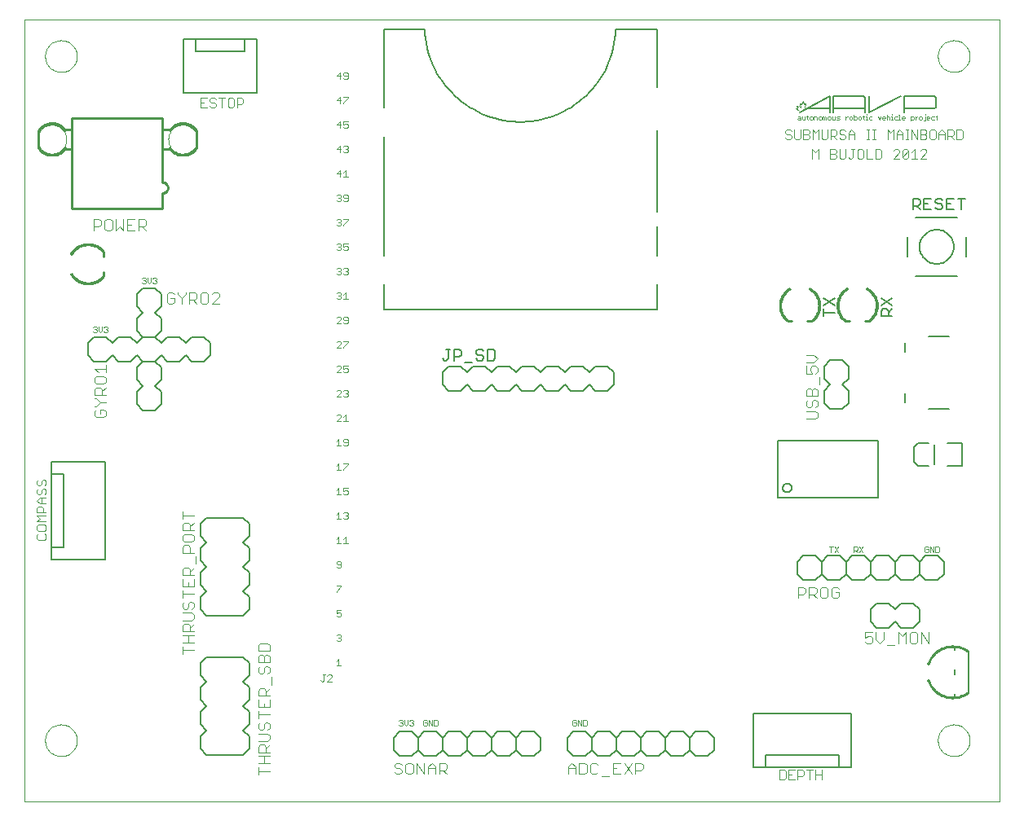
<source format=gto>
G75*
G70*
%OFA0B0*%
%FSLAX24Y24*%
%IPPOS*%
%LPD*%
%AMOC8*
5,1,8,0,0,1.08239X$1,22.5*
%
%ADD10C,0.0000*%
%ADD11C,0.0030*%
%ADD12C,0.0020*%
%ADD13C,0.0080*%
%ADD14C,0.0050*%
%ADD15C,0.0040*%
%ADD16C,0.0060*%
%ADD17C,0.0100*%
%ADD18C,0.0010*%
D10*
X000101Y000121D02*
X000101Y032117D01*
X039971Y032117D01*
X039971Y000121D01*
X000101Y000121D01*
X000951Y002621D02*
X000953Y002671D01*
X000959Y002721D01*
X000969Y002771D01*
X000982Y002819D01*
X000999Y002867D01*
X001020Y002913D01*
X001044Y002957D01*
X001072Y002999D01*
X001103Y003039D01*
X001137Y003076D01*
X001174Y003111D01*
X001213Y003142D01*
X001254Y003171D01*
X001298Y003196D01*
X001344Y003218D01*
X001391Y003236D01*
X001439Y003250D01*
X001488Y003261D01*
X001538Y003268D01*
X001588Y003271D01*
X001639Y003270D01*
X001689Y003265D01*
X001739Y003256D01*
X001787Y003244D01*
X001835Y003227D01*
X001881Y003207D01*
X001926Y003184D01*
X001969Y003157D01*
X002009Y003127D01*
X002047Y003094D01*
X002082Y003058D01*
X002115Y003019D01*
X002144Y002978D01*
X002170Y002935D01*
X002193Y002890D01*
X002212Y002843D01*
X002227Y002795D01*
X002239Y002746D01*
X002247Y002696D01*
X002251Y002646D01*
X002251Y002596D01*
X002247Y002546D01*
X002239Y002496D01*
X002227Y002447D01*
X002212Y002399D01*
X002193Y002352D01*
X002170Y002307D01*
X002144Y002264D01*
X002115Y002223D01*
X002082Y002184D01*
X002047Y002148D01*
X002009Y002115D01*
X001969Y002085D01*
X001926Y002058D01*
X001881Y002035D01*
X001835Y002015D01*
X001787Y001998D01*
X001739Y001986D01*
X001689Y001977D01*
X001639Y001972D01*
X001588Y001971D01*
X001538Y001974D01*
X001488Y001981D01*
X001439Y001992D01*
X001391Y002006D01*
X001344Y002024D01*
X001298Y002046D01*
X001254Y002071D01*
X001213Y002100D01*
X001174Y002131D01*
X001137Y002166D01*
X001103Y002203D01*
X001072Y002243D01*
X001044Y002285D01*
X001020Y002329D01*
X000999Y002375D01*
X000982Y002423D01*
X000969Y002471D01*
X000959Y002521D01*
X000953Y002571D01*
X000951Y002621D01*
X000633Y027223D02*
X000635Y027271D01*
X000641Y027319D01*
X000651Y027366D01*
X000664Y027412D01*
X000682Y027457D01*
X000702Y027501D01*
X000727Y027543D01*
X000755Y027582D01*
X000785Y027619D01*
X000819Y027653D01*
X000856Y027685D01*
X000894Y027714D01*
X000935Y027739D01*
X000978Y027761D01*
X001023Y027779D01*
X001069Y027793D01*
X001116Y027804D01*
X001164Y027811D01*
X001212Y027814D01*
X001260Y027813D01*
X001308Y027808D01*
X001356Y027799D01*
X001402Y027787D01*
X001447Y027770D01*
X001491Y027750D01*
X001533Y027727D01*
X001573Y027700D01*
X001611Y027670D01*
X001646Y027637D01*
X001678Y027601D01*
X001708Y027563D01*
X001734Y027522D01*
X001756Y027479D01*
X001776Y027435D01*
X001791Y027390D01*
X001803Y027343D01*
X001811Y027295D01*
X001815Y027247D01*
X001815Y027199D01*
X001811Y027151D01*
X001803Y027103D01*
X001791Y027056D01*
X001776Y027011D01*
X001756Y026967D01*
X001734Y026924D01*
X001708Y026883D01*
X001678Y026845D01*
X001646Y026809D01*
X001611Y026776D01*
X001573Y026746D01*
X001533Y026719D01*
X001491Y026696D01*
X001447Y026676D01*
X001402Y026659D01*
X001356Y026647D01*
X001308Y026638D01*
X001260Y026633D01*
X001212Y026632D01*
X001164Y026635D01*
X001116Y026642D01*
X001069Y026653D01*
X001023Y026667D01*
X000978Y026685D01*
X000935Y026707D01*
X000894Y026732D01*
X000856Y026761D01*
X000819Y026793D01*
X000785Y026827D01*
X000755Y026864D01*
X000727Y026903D01*
X000702Y026945D01*
X000682Y026989D01*
X000664Y027034D01*
X000651Y027080D01*
X000641Y027127D01*
X000635Y027175D01*
X000633Y027223D01*
X000951Y030621D02*
X000953Y030671D01*
X000959Y030721D01*
X000969Y030771D01*
X000982Y030819D01*
X000999Y030867D01*
X001020Y030913D01*
X001044Y030957D01*
X001072Y030999D01*
X001103Y031039D01*
X001137Y031076D01*
X001174Y031111D01*
X001213Y031142D01*
X001254Y031171D01*
X001298Y031196D01*
X001344Y031218D01*
X001391Y031236D01*
X001439Y031250D01*
X001488Y031261D01*
X001538Y031268D01*
X001588Y031271D01*
X001639Y031270D01*
X001689Y031265D01*
X001739Y031256D01*
X001787Y031244D01*
X001835Y031227D01*
X001881Y031207D01*
X001926Y031184D01*
X001969Y031157D01*
X002009Y031127D01*
X002047Y031094D01*
X002082Y031058D01*
X002115Y031019D01*
X002144Y030978D01*
X002170Y030935D01*
X002193Y030890D01*
X002212Y030843D01*
X002227Y030795D01*
X002239Y030746D01*
X002247Y030696D01*
X002251Y030646D01*
X002251Y030596D01*
X002247Y030546D01*
X002239Y030496D01*
X002227Y030447D01*
X002212Y030399D01*
X002193Y030352D01*
X002170Y030307D01*
X002144Y030264D01*
X002115Y030223D01*
X002082Y030184D01*
X002047Y030148D01*
X002009Y030115D01*
X001969Y030085D01*
X001926Y030058D01*
X001881Y030035D01*
X001835Y030015D01*
X001787Y029998D01*
X001739Y029986D01*
X001689Y029977D01*
X001639Y029972D01*
X001588Y029971D01*
X001538Y029974D01*
X001488Y029981D01*
X001439Y029992D01*
X001391Y030006D01*
X001344Y030024D01*
X001298Y030046D01*
X001254Y030071D01*
X001213Y030100D01*
X001174Y030131D01*
X001137Y030166D01*
X001103Y030203D01*
X001072Y030243D01*
X001044Y030285D01*
X001020Y030329D01*
X000999Y030375D01*
X000982Y030423D01*
X000969Y030471D01*
X000959Y030521D01*
X000953Y030571D01*
X000951Y030621D01*
X005987Y027223D02*
X005989Y027271D01*
X005995Y027319D01*
X006005Y027366D01*
X006018Y027412D01*
X006036Y027457D01*
X006056Y027501D01*
X006081Y027543D01*
X006109Y027582D01*
X006139Y027619D01*
X006173Y027653D01*
X006210Y027685D01*
X006248Y027714D01*
X006289Y027739D01*
X006332Y027761D01*
X006377Y027779D01*
X006423Y027793D01*
X006470Y027804D01*
X006518Y027811D01*
X006566Y027814D01*
X006614Y027813D01*
X006662Y027808D01*
X006710Y027799D01*
X006756Y027787D01*
X006801Y027770D01*
X006845Y027750D01*
X006887Y027727D01*
X006927Y027700D01*
X006965Y027670D01*
X007000Y027637D01*
X007032Y027601D01*
X007062Y027563D01*
X007088Y027522D01*
X007110Y027479D01*
X007130Y027435D01*
X007145Y027390D01*
X007157Y027343D01*
X007165Y027295D01*
X007169Y027247D01*
X007169Y027199D01*
X007165Y027151D01*
X007157Y027103D01*
X007145Y027056D01*
X007130Y027011D01*
X007110Y026967D01*
X007088Y026924D01*
X007062Y026883D01*
X007032Y026845D01*
X007000Y026809D01*
X006965Y026776D01*
X006927Y026746D01*
X006887Y026719D01*
X006845Y026696D01*
X006801Y026676D01*
X006756Y026659D01*
X006710Y026647D01*
X006662Y026638D01*
X006614Y026633D01*
X006566Y026632D01*
X006518Y026635D01*
X006470Y026642D01*
X006423Y026653D01*
X006377Y026667D01*
X006332Y026685D01*
X006289Y026707D01*
X006248Y026732D01*
X006210Y026761D01*
X006173Y026793D01*
X006139Y026827D01*
X006109Y026864D01*
X006081Y026903D01*
X006056Y026945D01*
X006036Y026989D01*
X006018Y027034D01*
X006005Y027080D01*
X005995Y027127D01*
X005989Y027175D01*
X005987Y027223D01*
X037451Y030621D02*
X037453Y030671D01*
X037459Y030721D01*
X037469Y030771D01*
X037482Y030819D01*
X037499Y030867D01*
X037520Y030913D01*
X037544Y030957D01*
X037572Y030999D01*
X037603Y031039D01*
X037637Y031076D01*
X037674Y031111D01*
X037713Y031142D01*
X037754Y031171D01*
X037798Y031196D01*
X037844Y031218D01*
X037891Y031236D01*
X037939Y031250D01*
X037988Y031261D01*
X038038Y031268D01*
X038088Y031271D01*
X038139Y031270D01*
X038189Y031265D01*
X038239Y031256D01*
X038287Y031244D01*
X038335Y031227D01*
X038381Y031207D01*
X038426Y031184D01*
X038469Y031157D01*
X038509Y031127D01*
X038547Y031094D01*
X038582Y031058D01*
X038615Y031019D01*
X038644Y030978D01*
X038670Y030935D01*
X038693Y030890D01*
X038712Y030843D01*
X038727Y030795D01*
X038739Y030746D01*
X038747Y030696D01*
X038751Y030646D01*
X038751Y030596D01*
X038747Y030546D01*
X038739Y030496D01*
X038727Y030447D01*
X038712Y030399D01*
X038693Y030352D01*
X038670Y030307D01*
X038644Y030264D01*
X038615Y030223D01*
X038582Y030184D01*
X038547Y030148D01*
X038509Y030115D01*
X038469Y030085D01*
X038426Y030058D01*
X038381Y030035D01*
X038335Y030015D01*
X038287Y029998D01*
X038239Y029986D01*
X038189Y029977D01*
X038139Y029972D01*
X038088Y029971D01*
X038038Y029974D01*
X037988Y029981D01*
X037939Y029992D01*
X037891Y030006D01*
X037844Y030024D01*
X037798Y030046D01*
X037754Y030071D01*
X037713Y030100D01*
X037674Y030131D01*
X037637Y030166D01*
X037603Y030203D01*
X037572Y030243D01*
X037544Y030285D01*
X037520Y030329D01*
X037499Y030375D01*
X037482Y030423D01*
X037469Y030471D01*
X037459Y030521D01*
X037453Y030571D01*
X037451Y030621D01*
X037451Y002621D02*
X037453Y002671D01*
X037459Y002721D01*
X037469Y002771D01*
X037482Y002819D01*
X037499Y002867D01*
X037520Y002913D01*
X037544Y002957D01*
X037572Y002999D01*
X037603Y003039D01*
X037637Y003076D01*
X037674Y003111D01*
X037713Y003142D01*
X037754Y003171D01*
X037798Y003196D01*
X037844Y003218D01*
X037891Y003236D01*
X037939Y003250D01*
X037988Y003261D01*
X038038Y003268D01*
X038088Y003271D01*
X038139Y003270D01*
X038189Y003265D01*
X038239Y003256D01*
X038287Y003244D01*
X038335Y003227D01*
X038381Y003207D01*
X038426Y003184D01*
X038469Y003157D01*
X038509Y003127D01*
X038547Y003094D01*
X038582Y003058D01*
X038615Y003019D01*
X038644Y002978D01*
X038670Y002935D01*
X038693Y002890D01*
X038712Y002843D01*
X038727Y002795D01*
X038739Y002746D01*
X038747Y002696D01*
X038751Y002646D01*
X038751Y002596D01*
X038747Y002546D01*
X038739Y002496D01*
X038727Y002447D01*
X038712Y002399D01*
X038693Y002352D01*
X038670Y002307D01*
X038644Y002264D01*
X038615Y002223D01*
X038582Y002184D01*
X038547Y002148D01*
X038509Y002115D01*
X038469Y002085D01*
X038426Y002058D01*
X038381Y002035D01*
X038335Y002015D01*
X038287Y001998D01*
X038239Y001986D01*
X038189Y001977D01*
X038139Y001972D01*
X038088Y001971D01*
X038038Y001974D01*
X037988Y001981D01*
X037939Y001992D01*
X037891Y002006D01*
X037844Y002024D01*
X037798Y002046D01*
X037754Y002071D01*
X037713Y002100D01*
X037674Y002131D01*
X037637Y002166D01*
X037603Y002203D01*
X037572Y002243D01*
X037544Y002285D01*
X037520Y002329D01*
X037499Y002375D01*
X037482Y002423D01*
X037469Y002471D01*
X037459Y002521D01*
X037453Y002571D01*
X037451Y002621D01*
D11*
X032694Y001406D02*
X032694Y001036D01*
X032694Y001221D02*
X032447Y001221D01*
X032447Y001036D02*
X032447Y001406D01*
X032326Y001406D02*
X032079Y001406D01*
X032203Y001406D02*
X032203Y001036D01*
X031958Y001221D02*
X031958Y001345D01*
X031896Y001406D01*
X031711Y001406D01*
X031711Y001036D01*
X031589Y001036D02*
X031343Y001036D01*
X031343Y001406D01*
X031589Y001406D01*
X031466Y001221D02*
X031343Y001221D01*
X031221Y001098D02*
X031221Y001345D01*
X031159Y001406D01*
X030974Y001406D01*
X030974Y001036D01*
X031159Y001036D01*
X031221Y001098D01*
X031711Y001159D02*
X031896Y001159D01*
X031958Y001221D01*
X000986Y010898D02*
X000986Y011021D01*
X000924Y011083D01*
X000924Y011204D02*
X000986Y011266D01*
X000986Y011389D01*
X000924Y011451D01*
X000677Y011451D01*
X000615Y011389D01*
X000615Y011266D01*
X000677Y011204D01*
X000924Y011204D01*
X000677Y011083D02*
X000615Y011021D01*
X000615Y010898D01*
X000677Y010836D01*
X000924Y010836D01*
X000986Y010898D01*
X000986Y011573D02*
X000615Y011573D01*
X000739Y011696D01*
X000615Y011819D01*
X000986Y011819D01*
X000986Y011941D02*
X000615Y011941D01*
X000615Y012126D01*
X000677Y012188D01*
X000801Y012188D01*
X000862Y012126D01*
X000862Y011941D01*
X000801Y012309D02*
X000801Y012556D01*
X000739Y012556D02*
X000986Y012556D01*
X000924Y012677D02*
X000986Y012739D01*
X000986Y012863D01*
X000924Y012924D01*
X000862Y012924D01*
X000801Y012863D01*
X000801Y012739D01*
X000739Y012677D01*
X000677Y012677D01*
X000615Y012739D01*
X000615Y012863D01*
X000677Y012924D01*
X000677Y013046D02*
X000739Y013046D01*
X000801Y013107D01*
X000801Y013231D01*
X000862Y013293D01*
X000924Y013293D01*
X000986Y013231D01*
X000986Y013107D01*
X000924Y013046D01*
X000677Y013046D02*
X000615Y013107D01*
X000615Y013231D01*
X000677Y013293D01*
X000739Y012556D02*
X000615Y012433D01*
X000739Y012309D01*
X000986Y012309D01*
X007316Y028536D02*
X007563Y028536D01*
X007684Y028598D02*
X007746Y028536D01*
X007869Y028536D01*
X007931Y028598D01*
X007931Y028659D01*
X007869Y028721D01*
X007746Y028721D01*
X007684Y028783D01*
X007684Y028845D01*
X007746Y028906D01*
X007869Y028906D01*
X007931Y028845D01*
X008052Y028906D02*
X008299Y028906D01*
X008176Y028906D02*
X008176Y028536D01*
X008421Y028598D02*
X008421Y028845D01*
X008482Y028906D01*
X008606Y028906D01*
X008668Y028845D01*
X008668Y028598D01*
X008606Y028536D01*
X008482Y028536D01*
X008421Y028598D01*
X008789Y028659D02*
X008974Y028659D01*
X009036Y028721D01*
X009036Y028845D01*
X008974Y028906D01*
X008789Y028906D01*
X008789Y028536D01*
X007563Y028906D02*
X007316Y028906D01*
X007316Y028536D01*
X007316Y028721D02*
X007439Y028721D01*
X031216Y027545D02*
X031216Y027483D01*
X031277Y027421D01*
X031401Y027421D01*
X031463Y027359D01*
X031463Y027298D01*
X031401Y027236D01*
X031277Y027236D01*
X031216Y027298D01*
X031216Y027545D02*
X031277Y027606D01*
X031401Y027606D01*
X031463Y027545D01*
X031584Y027606D02*
X031584Y027298D01*
X031646Y027236D01*
X031769Y027236D01*
X031831Y027298D01*
X031831Y027606D01*
X031952Y027606D02*
X032138Y027606D01*
X032199Y027545D01*
X032199Y027483D01*
X032138Y027421D01*
X031952Y027421D01*
X031952Y027236D02*
X031952Y027606D01*
X032138Y027421D02*
X032199Y027359D01*
X032199Y027298D01*
X032138Y027236D01*
X031952Y027236D01*
X032321Y027236D02*
X032321Y027606D01*
X032444Y027483D01*
X032568Y027606D01*
X032568Y027236D01*
X032689Y027298D02*
X032751Y027236D01*
X032874Y027236D01*
X032936Y027298D01*
X032936Y027606D01*
X033057Y027606D02*
X033242Y027606D01*
X033304Y027545D01*
X033304Y027421D01*
X033242Y027359D01*
X033057Y027359D01*
X033057Y027236D02*
X033057Y027606D01*
X033181Y027359D02*
X033304Y027236D01*
X033426Y027298D02*
X033487Y027236D01*
X033611Y027236D01*
X033672Y027298D01*
X033672Y027359D01*
X033611Y027421D01*
X033487Y027421D01*
X033426Y027483D01*
X033426Y027545D01*
X033487Y027606D01*
X033611Y027606D01*
X033672Y027545D01*
X033794Y027483D02*
X033917Y027606D01*
X034041Y027483D01*
X034041Y027236D01*
X034041Y027421D02*
X033794Y027421D01*
X033794Y027483D02*
X033794Y027236D01*
X033912Y026806D02*
X034036Y026806D01*
X033974Y026806D02*
X033974Y026498D01*
X033912Y026436D01*
X033851Y026436D01*
X033789Y026498D01*
X033668Y026498D02*
X033668Y026806D01*
X033421Y026806D02*
X033421Y026498D01*
X033482Y026436D01*
X033606Y026436D01*
X033668Y026498D01*
X033299Y026498D02*
X033238Y026436D01*
X033052Y026436D01*
X033052Y026806D01*
X033238Y026806D01*
X033299Y026745D01*
X033299Y026683D01*
X033238Y026621D01*
X033052Y026621D01*
X033238Y026621D02*
X033299Y026559D01*
X033299Y026498D01*
X032563Y026436D02*
X032563Y026806D01*
X032439Y026683D01*
X032316Y026806D01*
X032316Y026436D01*
X032689Y027298D02*
X032689Y027606D01*
X034157Y026745D02*
X034157Y026498D01*
X034219Y026436D01*
X034342Y026436D01*
X034404Y026498D01*
X034404Y026745D01*
X034342Y026806D01*
X034219Y026806D01*
X034157Y026745D01*
X034526Y026806D02*
X034526Y026436D01*
X034772Y026436D01*
X034894Y026436D02*
X034894Y026806D01*
X035079Y026806D01*
X035141Y026745D01*
X035141Y026498D01*
X035079Y026436D01*
X034894Y026436D01*
X035631Y026436D02*
X035877Y026683D01*
X035877Y026745D01*
X035816Y026806D01*
X035692Y026806D01*
X035631Y026745D01*
X035631Y026436D02*
X035877Y026436D01*
X035999Y026498D02*
X036246Y026745D01*
X036246Y026498D01*
X036184Y026436D01*
X036061Y026436D01*
X035999Y026498D01*
X035999Y026745D01*
X036061Y026806D01*
X036184Y026806D01*
X036246Y026745D01*
X036367Y026683D02*
X036491Y026806D01*
X036491Y026436D01*
X036614Y026436D02*
X036367Y026436D01*
X036735Y026436D02*
X036982Y026683D01*
X036982Y026745D01*
X036921Y026806D01*
X036797Y026806D01*
X036735Y026745D01*
X036735Y026436D02*
X036982Y026436D01*
X036925Y027236D02*
X036740Y027236D01*
X036740Y027606D01*
X036925Y027606D01*
X036987Y027545D01*
X036987Y027483D01*
X036925Y027421D01*
X036740Y027421D01*
X036925Y027421D02*
X036987Y027359D01*
X036987Y027298D01*
X036925Y027236D01*
X037109Y027298D02*
X037170Y027236D01*
X037294Y027236D01*
X037355Y027298D01*
X037355Y027545D01*
X037294Y027606D01*
X037170Y027606D01*
X037109Y027545D01*
X037109Y027298D01*
X037477Y027236D02*
X037477Y027483D01*
X037600Y027606D01*
X037724Y027483D01*
X037724Y027236D01*
X037845Y027236D02*
X037845Y027606D01*
X038030Y027606D01*
X038092Y027545D01*
X038092Y027421D01*
X038030Y027359D01*
X037845Y027359D01*
X037969Y027359D02*
X038092Y027236D01*
X038214Y027236D02*
X038399Y027236D01*
X038460Y027298D01*
X038460Y027545D01*
X038399Y027606D01*
X038214Y027606D01*
X038214Y027236D01*
X037724Y027421D02*
X037477Y027421D01*
X036619Y027236D02*
X036619Y027606D01*
X036372Y027606D02*
X036372Y027236D01*
X036250Y027236D02*
X036126Y027236D01*
X036188Y027236D02*
X036188Y027606D01*
X036126Y027606D02*
X036250Y027606D01*
X036372Y027606D02*
X036619Y027236D01*
X036005Y027236D02*
X036005Y027483D01*
X035882Y027606D01*
X035758Y027483D01*
X035758Y027236D01*
X035637Y027236D02*
X035637Y027606D01*
X035513Y027483D01*
X035390Y027606D01*
X035390Y027236D01*
X035758Y027421D02*
X036005Y027421D01*
X034899Y027236D02*
X034776Y027236D01*
X034838Y027236D02*
X034838Y027606D01*
X034899Y027606D02*
X034776Y027606D01*
X034654Y027606D02*
X034531Y027606D01*
X034592Y027606D02*
X034592Y027236D01*
X034531Y027236D02*
X034654Y027236D01*
D12*
X034656Y028031D02*
X034746Y028031D01*
X034656Y028031D02*
X034626Y028061D01*
X034626Y028121D01*
X034656Y028151D01*
X034746Y028151D01*
X034533Y028151D02*
X034533Y028031D01*
X034503Y028031D02*
X034564Y028031D01*
X034441Y028031D02*
X034411Y028061D01*
X034411Y028181D01*
X034381Y028151D02*
X034441Y028151D01*
X034503Y028151D02*
X034533Y028151D01*
X034533Y028211D02*
X034533Y028241D01*
X034317Y028121D02*
X034287Y028151D01*
X034227Y028151D01*
X034197Y028121D01*
X034197Y028061D01*
X034227Y028031D01*
X034287Y028031D01*
X034317Y028061D01*
X034317Y028121D01*
X034133Y028121D02*
X034102Y028151D01*
X034012Y028151D01*
X034012Y028211D02*
X034012Y028031D01*
X034102Y028031D01*
X034133Y028061D01*
X034133Y028121D01*
X033948Y028121D02*
X033918Y028151D01*
X033858Y028151D01*
X033828Y028121D01*
X033828Y028061D01*
X033858Y028031D01*
X033918Y028031D01*
X033948Y028061D01*
X033948Y028121D01*
X033765Y028151D02*
X033735Y028151D01*
X033675Y028091D01*
X033675Y028031D02*
X033675Y028151D01*
X033427Y028151D02*
X033337Y028151D01*
X033307Y028121D01*
X033337Y028091D01*
X033397Y028091D01*
X033427Y028061D01*
X033397Y028031D01*
X033307Y028031D01*
X033243Y028031D02*
X033243Y028151D01*
X033243Y028031D02*
X033152Y028031D01*
X033122Y028061D01*
X033122Y028151D01*
X033058Y028121D02*
X033028Y028151D01*
X032968Y028151D01*
X032938Y028121D01*
X032938Y028061D01*
X032968Y028031D01*
X033028Y028031D01*
X033058Y028061D01*
X033058Y028121D01*
X032874Y028121D02*
X032874Y028031D01*
X032814Y028031D02*
X032814Y028121D01*
X032844Y028151D01*
X032874Y028121D01*
X032814Y028121D02*
X032784Y028151D01*
X032754Y028151D01*
X032754Y028031D01*
X032690Y028061D02*
X032660Y028031D01*
X032600Y028031D01*
X032570Y028061D01*
X032570Y028121D01*
X032600Y028151D01*
X032660Y028151D01*
X032690Y028121D01*
X032690Y028061D01*
X032506Y028031D02*
X032506Y028121D01*
X032476Y028151D01*
X032386Y028151D01*
X032386Y028031D01*
X032322Y028061D02*
X032292Y028031D01*
X032232Y028031D01*
X032202Y028061D01*
X032202Y028121D01*
X032232Y028151D01*
X032292Y028151D01*
X032322Y028121D01*
X032322Y028061D01*
X032139Y028031D02*
X032109Y028061D01*
X032109Y028181D01*
X032079Y028151D02*
X032139Y028151D01*
X032015Y028151D02*
X032015Y028031D01*
X031925Y028031D01*
X031895Y028061D01*
X031895Y028151D01*
X031831Y028121D02*
X031831Y028031D01*
X031741Y028031D01*
X031711Y028061D01*
X031741Y028091D01*
X031831Y028091D01*
X031831Y028121D02*
X031801Y028151D01*
X031741Y028151D01*
X031771Y028391D02*
X031651Y028481D01*
X031701Y028501D01*
X031671Y028571D01*
X031751Y028551D01*
X031761Y028601D01*
X031841Y028531D01*
X031801Y028691D01*
X031871Y028661D01*
X031921Y028771D01*
X031971Y028661D01*
X032031Y028691D01*
X031991Y028531D01*
X034994Y028151D02*
X035055Y028031D01*
X035115Y028151D01*
X035179Y028121D02*
X035209Y028151D01*
X035269Y028151D01*
X035299Y028121D01*
X035299Y028091D01*
X035179Y028091D01*
X035179Y028061D02*
X035179Y028121D01*
X035179Y028061D02*
X035209Y028031D01*
X035269Y028031D01*
X035363Y028031D02*
X035363Y028211D01*
X035393Y028151D02*
X035453Y028151D01*
X035483Y028121D01*
X035483Y028031D01*
X035547Y028031D02*
X035607Y028031D01*
X035577Y028031D02*
X035577Y028151D01*
X035547Y028151D01*
X035577Y028211D02*
X035577Y028241D01*
X035670Y028121D02*
X035670Y028061D01*
X035700Y028031D01*
X035790Y028031D01*
X035854Y028031D02*
X035914Y028031D01*
X035884Y028031D02*
X035884Y028211D01*
X035854Y028211D01*
X035790Y028151D02*
X035700Y028151D01*
X035670Y028121D01*
X035393Y028151D02*
X035363Y028121D01*
X035977Y028121D02*
X036007Y028151D01*
X036067Y028151D01*
X036097Y028121D01*
X036097Y028091D01*
X035977Y028091D01*
X035977Y028061D02*
X035977Y028121D01*
X035977Y028061D02*
X036007Y028031D01*
X036067Y028031D01*
X036345Y028031D02*
X036435Y028031D01*
X036465Y028061D01*
X036465Y028121D01*
X036435Y028151D01*
X036345Y028151D01*
X036345Y027971D01*
X036529Y028031D02*
X036529Y028151D01*
X036589Y028151D02*
X036619Y028151D01*
X036589Y028151D02*
X036529Y028091D01*
X036682Y028121D02*
X036682Y028061D01*
X036712Y028031D01*
X036772Y028031D01*
X036802Y028061D01*
X036802Y028121D01*
X036772Y028151D01*
X036712Y028151D01*
X036682Y028121D01*
X036866Y027971D02*
X036896Y027971D01*
X036927Y028001D01*
X036927Y028151D01*
X036927Y028211D02*
X036927Y028241D01*
X037019Y028151D02*
X037079Y028151D01*
X037109Y028121D01*
X037109Y028091D01*
X036989Y028091D01*
X036989Y028121D02*
X037019Y028151D01*
X036989Y028121D02*
X036989Y028061D01*
X037019Y028031D01*
X037079Y028031D01*
X037173Y028061D02*
X037203Y028031D01*
X037293Y028031D01*
X037388Y028061D02*
X037418Y028031D01*
X037388Y028061D02*
X037388Y028181D01*
X037358Y028151D02*
X037418Y028151D01*
X037293Y028151D02*
X037203Y028151D01*
X037173Y028121D01*
X037173Y028061D01*
X037132Y010551D02*
X037279Y010331D01*
X037279Y010551D01*
X037353Y010551D02*
X037463Y010551D01*
X037500Y010514D01*
X037500Y010368D01*
X037463Y010331D01*
X037353Y010331D01*
X037353Y010551D01*
X037132Y010551D02*
X037132Y010331D01*
X037058Y010368D02*
X037058Y010441D01*
X036984Y010441D01*
X036911Y010368D02*
X036947Y010331D01*
X037021Y010331D01*
X037058Y010368D01*
X037058Y010514D02*
X037021Y010551D01*
X036947Y010551D01*
X036911Y010514D01*
X036911Y010368D01*
X034379Y010331D02*
X034232Y010551D01*
X034158Y010514D02*
X034158Y010441D01*
X034121Y010404D01*
X034011Y010404D01*
X034011Y010331D02*
X034011Y010551D01*
X034121Y010551D01*
X034158Y010514D01*
X034084Y010404D02*
X034158Y010331D01*
X034232Y010331D02*
X034379Y010551D01*
X033379Y010551D02*
X033232Y010331D01*
X033379Y010331D02*
X033232Y010551D01*
X033158Y010551D02*
X033011Y010551D01*
X033084Y010551D02*
X033084Y010331D01*
X023100Y003414D02*
X023063Y003451D01*
X022953Y003451D01*
X022953Y003231D01*
X023063Y003231D01*
X023100Y003268D01*
X023100Y003414D01*
X022879Y003451D02*
X022879Y003231D01*
X022732Y003451D01*
X022732Y003231D01*
X022658Y003268D02*
X022658Y003341D01*
X022584Y003341D01*
X022511Y003268D02*
X022547Y003231D01*
X022621Y003231D01*
X022658Y003268D01*
X022658Y003414D02*
X022621Y003451D01*
X022547Y003451D01*
X022511Y003414D01*
X022511Y003268D01*
X017000Y003268D02*
X017000Y003414D01*
X016963Y003451D01*
X016853Y003451D01*
X016853Y003231D01*
X016963Y003231D01*
X017000Y003268D01*
X016779Y003231D02*
X016779Y003451D01*
X016632Y003451D02*
X016779Y003231D01*
X016632Y003231D02*
X016632Y003451D01*
X016558Y003414D02*
X016521Y003451D01*
X016447Y003451D01*
X016411Y003414D01*
X016411Y003268D01*
X016447Y003231D01*
X016521Y003231D01*
X016558Y003268D01*
X016558Y003341D01*
X016484Y003341D01*
X016000Y003304D02*
X016000Y003268D01*
X015963Y003231D01*
X015889Y003231D01*
X015853Y003268D01*
X015779Y003304D02*
X015779Y003451D01*
X015853Y003414D02*
X015889Y003451D01*
X015963Y003451D01*
X016000Y003414D01*
X016000Y003378D01*
X015963Y003341D01*
X016000Y003304D01*
X015963Y003341D02*
X015926Y003341D01*
X015779Y003304D02*
X015705Y003231D01*
X015632Y003304D01*
X015632Y003451D01*
X015558Y003414D02*
X015558Y003378D01*
X015521Y003341D01*
X015558Y003304D01*
X015558Y003268D01*
X015521Y003231D01*
X015447Y003231D01*
X015411Y003268D01*
X015484Y003341D02*
X015521Y003341D01*
X015558Y003414D02*
X015521Y003451D01*
X015447Y003451D01*
X015411Y003414D01*
X012674Y005031D02*
X012487Y005031D01*
X012674Y005218D01*
X012674Y005264D01*
X012627Y005311D01*
X012534Y005311D01*
X012487Y005264D01*
X012398Y005311D02*
X012304Y005311D01*
X012351Y005311D02*
X012351Y005078D01*
X012304Y005031D01*
X012257Y005031D01*
X012211Y005078D01*
X012861Y005681D02*
X013048Y005681D01*
X012954Y005681D02*
X012954Y005961D01*
X012861Y005868D01*
X012907Y006681D02*
X012861Y006728D01*
X012907Y006681D02*
X013001Y006681D01*
X013048Y006728D01*
X013048Y006774D01*
X013001Y006821D01*
X012954Y006821D01*
X013001Y006821D02*
X013048Y006868D01*
X013048Y006914D01*
X013001Y006961D01*
X012907Y006961D01*
X012861Y006914D01*
X012907Y007681D02*
X012861Y007728D01*
X012907Y007681D02*
X013001Y007681D01*
X013048Y007728D01*
X013048Y007821D01*
X013001Y007868D01*
X012954Y007868D01*
X012861Y007821D01*
X012861Y007961D01*
X013048Y007961D01*
X012861Y008681D02*
X012861Y008728D01*
X013048Y008914D01*
X013048Y008961D01*
X012861Y008961D01*
X012907Y009681D02*
X013001Y009681D01*
X013048Y009728D01*
X013048Y009914D01*
X013001Y009961D01*
X012907Y009961D01*
X012861Y009914D01*
X012861Y009868D01*
X012907Y009821D01*
X013048Y009821D01*
X012907Y009681D02*
X012861Y009728D01*
X012861Y010681D02*
X013048Y010681D01*
X013137Y010681D02*
X013324Y010681D01*
X013230Y010681D02*
X013230Y010961D01*
X013137Y010868D01*
X012954Y010961D02*
X012954Y010681D01*
X012861Y010868D02*
X012954Y010961D01*
X012954Y011681D02*
X012954Y011961D01*
X012861Y011868D01*
X012861Y011681D02*
X013048Y011681D01*
X013137Y011728D02*
X013184Y011681D01*
X013277Y011681D01*
X013324Y011728D01*
X013324Y011774D01*
X013277Y011821D01*
X013230Y011821D01*
X013277Y011821D02*
X013324Y011868D01*
X013324Y011914D01*
X013277Y011961D01*
X013184Y011961D01*
X013137Y011914D01*
X013184Y012681D02*
X013137Y012728D01*
X013184Y012681D02*
X013277Y012681D01*
X013324Y012728D01*
X013324Y012821D01*
X013277Y012868D01*
X013230Y012868D01*
X013137Y012821D01*
X013137Y012961D01*
X013324Y012961D01*
X012954Y012961D02*
X012954Y012681D01*
X012861Y012681D02*
X013048Y012681D01*
X012861Y012868D02*
X012954Y012961D01*
X012954Y013681D02*
X012954Y013961D01*
X012861Y013868D01*
X012861Y013681D02*
X013048Y013681D01*
X013137Y013681D02*
X013137Y013728D01*
X013324Y013914D01*
X013324Y013961D01*
X013137Y013961D01*
X013184Y014681D02*
X013277Y014681D01*
X013324Y014728D01*
X013324Y014914D01*
X013277Y014961D01*
X013184Y014961D01*
X013137Y014914D01*
X013137Y014868D01*
X013184Y014821D01*
X013324Y014821D01*
X013184Y014681D02*
X013137Y014728D01*
X013048Y014681D02*
X012861Y014681D01*
X012954Y014681D02*
X012954Y014961D01*
X012861Y014868D01*
X012861Y015681D02*
X013048Y015868D01*
X013048Y015914D01*
X013001Y015961D01*
X012907Y015961D01*
X012861Y015914D01*
X012861Y015681D02*
X013048Y015681D01*
X013137Y015681D02*
X013324Y015681D01*
X013230Y015681D02*
X013230Y015961D01*
X013137Y015868D01*
X013184Y016681D02*
X013137Y016728D01*
X013184Y016681D02*
X013277Y016681D01*
X013324Y016728D01*
X013324Y016774D01*
X013277Y016821D01*
X013230Y016821D01*
X013277Y016821D02*
X013324Y016868D01*
X013324Y016914D01*
X013277Y016961D01*
X013184Y016961D01*
X013137Y016914D01*
X013048Y016914D02*
X013001Y016961D01*
X012907Y016961D01*
X012861Y016914D01*
X013048Y016914D02*
X013048Y016868D01*
X012861Y016681D01*
X013048Y016681D01*
X013048Y017681D02*
X012861Y017681D01*
X013048Y017868D01*
X013048Y017914D01*
X013001Y017961D01*
X012907Y017961D01*
X012861Y017914D01*
X013137Y017961D02*
X013137Y017821D01*
X013230Y017868D01*
X013277Y017868D01*
X013324Y017821D01*
X013324Y017728D01*
X013277Y017681D01*
X013184Y017681D01*
X013137Y017728D01*
X013137Y017961D02*
X013324Y017961D01*
X013137Y018681D02*
X013137Y018728D01*
X013324Y018914D01*
X013324Y018961D01*
X013137Y018961D01*
X013048Y018914D02*
X013001Y018961D01*
X012907Y018961D01*
X012861Y018914D01*
X013048Y018914D02*
X013048Y018868D01*
X012861Y018681D01*
X013048Y018681D01*
X013048Y019681D02*
X012861Y019681D01*
X013048Y019868D01*
X013048Y019914D01*
X013001Y019961D01*
X012907Y019961D01*
X012861Y019914D01*
X013137Y019914D02*
X013137Y019868D01*
X013184Y019821D01*
X013324Y019821D01*
X013324Y019728D02*
X013324Y019914D01*
X013277Y019961D01*
X013184Y019961D01*
X013137Y019914D01*
X013137Y019728D02*
X013184Y019681D01*
X013277Y019681D01*
X013324Y019728D01*
X013324Y020681D02*
X013137Y020681D01*
X013230Y020681D02*
X013230Y020961D01*
X013137Y020868D01*
X013048Y020868D02*
X013001Y020821D01*
X013048Y020774D01*
X013048Y020728D01*
X013001Y020681D01*
X012907Y020681D01*
X012861Y020728D01*
X012954Y020821D02*
X013001Y020821D01*
X013048Y020868D02*
X013048Y020914D01*
X013001Y020961D01*
X012907Y020961D01*
X012861Y020914D01*
X012907Y021681D02*
X012861Y021728D01*
X012907Y021681D02*
X013001Y021681D01*
X013048Y021728D01*
X013048Y021774D01*
X013001Y021821D01*
X012954Y021821D01*
X013001Y021821D02*
X013048Y021868D01*
X013048Y021914D01*
X013001Y021961D01*
X012907Y021961D01*
X012861Y021914D01*
X013137Y021914D02*
X013184Y021961D01*
X013277Y021961D01*
X013324Y021914D01*
X013324Y021868D01*
X013277Y021821D01*
X013324Y021774D01*
X013324Y021728D01*
X013277Y021681D01*
X013184Y021681D01*
X013137Y021728D01*
X013230Y021821D02*
X013277Y021821D01*
X013277Y022681D02*
X013184Y022681D01*
X013137Y022728D01*
X013048Y022728D02*
X013001Y022681D01*
X012907Y022681D01*
X012861Y022728D01*
X012954Y022821D02*
X013001Y022821D01*
X013048Y022774D01*
X013048Y022728D01*
X013001Y022821D02*
X013048Y022868D01*
X013048Y022914D01*
X013001Y022961D01*
X012907Y022961D01*
X012861Y022914D01*
X013137Y022961D02*
X013137Y022821D01*
X013230Y022868D01*
X013277Y022868D01*
X013324Y022821D01*
X013324Y022728D01*
X013277Y022681D01*
X013324Y022961D02*
X013137Y022961D01*
X013137Y023681D02*
X013137Y023728D01*
X013324Y023914D01*
X013324Y023961D01*
X013137Y023961D01*
X013048Y023914D02*
X013048Y023868D01*
X013001Y023821D01*
X013048Y023774D01*
X013048Y023728D01*
X013001Y023681D01*
X012907Y023681D01*
X012861Y023728D01*
X012954Y023821D02*
X013001Y023821D01*
X013048Y023914D02*
X013001Y023961D01*
X012907Y023961D01*
X012861Y023914D01*
X012907Y024681D02*
X012861Y024728D01*
X012907Y024681D02*
X013001Y024681D01*
X013048Y024728D01*
X013048Y024774D01*
X013001Y024821D01*
X012954Y024821D01*
X013001Y024821D02*
X013048Y024868D01*
X013048Y024914D01*
X013001Y024961D01*
X012907Y024961D01*
X012861Y024914D01*
X013137Y024914D02*
X013137Y024868D01*
X013184Y024821D01*
X013324Y024821D01*
X013324Y024728D02*
X013324Y024914D01*
X013277Y024961D01*
X013184Y024961D01*
X013137Y024914D01*
X013137Y024728D02*
X013184Y024681D01*
X013277Y024681D01*
X013324Y024728D01*
X013324Y025681D02*
X013137Y025681D01*
X013230Y025681D02*
X013230Y025961D01*
X013137Y025868D01*
X013048Y025821D02*
X012861Y025821D01*
X013001Y025961D01*
X013001Y025681D01*
X013001Y026681D02*
X013001Y026961D01*
X012861Y026821D01*
X013048Y026821D01*
X013137Y026728D02*
X013184Y026681D01*
X013277Y026681D01*
X013324Y026728D01*
X013324Y026774D01*
X013277Y026821D01*
X013230Y026821D01*
X013277Y026821D02*
X013324Y026868D01*
X013324Y026914D01*
X013277Y026961D01*
X013184Y026961D01*
X013137Y026914D01*
X013184Y027681D02*
X013137Y027728D01*
X013184Y027681D02*
X013277Y027681D01*
X013324Y027728D01*
X013324Y027821D01*
X013277Y027868D01*
X013230Y027868D01*
X013137Y027821D01*
X013137Y027961D01*
X013324Y027961D01*
X013048Y027821D02*
X012861Y027821D01*
X013001Y027961D01*
X013001Y027681D01*
X013001Y028681D02*
X013001Y028961D01*
X012861Y028821D01*
X013048Y028821D01*
X013137Y028728D02*
X013137Y028681D01*
X013137Y028728D02*
X013324Y028914D01*
X013324Y028961D01*
X013137Y028961D01*
X013184Y029681D02*
X013277Y029681D01*
X013324Y029728D01*
X013324Y029914D01*
X013277Y029961D01*
X013184Y029961D01*
X013137Y029914D01*
X013137Y029868D01*
X013184Y029821D01*
X013324Y029821D01*
X013184Y029681D02*
X013137Y029728D01*
X013048Y029821D02*
X012861Y029821D01*
X013001Y029961D01*
X013001Y029681D01*
X005463Y021551D02*
X005500Y021514D01*
X005500Y021478D01*
X005463Y021441D01*
X005500Y021404D01*
X005500Y021368D01*
X005463Y021331D01*
X005389Y021331D01*
X005353Y021368D01*
X005279Y021404D02*
X005279Y021551D01*
X005353Y021514D02*
X005389Y021551D01*
X005463Y021551D01*
X005463Y021441D02*
X005426Y021441D01*
X005279Y021404D02*
X005205Y021331D01*
X005132Y021404D01*
X005132Y021551D01*
X005058Y021514D02*
X005058Y021478D01*
X005021Y021441D01*
X005058Y021404D01*
X005058Y021368D01*
X005021Y021331D01*
X004947Y021331D01*
X004911Y021368D01*
X004984Y021441D02*
X005021Y021441D01*
X005058Y021514D02*
X005021Y021551D01*
X004947Y021551D01*
X004911Y021514D01*
X003463Y019551D02*
X003500Y019514D01*
X003500Y019478D01*
X003463Y019441D01*
X003500Y019404D01*
X003500Y019368D01*
X003463Y019331D01*
X003389Y019331D01*
X003353Y019368D01*
X003279Y019404D02*
X003279Y019551D01*
X003353Y019514D02*
X003389Y019551D01*
X003463Y019551D01*
X003463Y019441D02*
X003426Y019441D01*
X003279Y019404D02*
X003205Y019331D01*
X003132Y019404D01*
X003132Y019551D01*
X003058Y019514D02*
X003058Y019478D01*
X003021Y019441D01*
X003058Y019404D01*
X003058Y019368D01*
X003021Y019331D01*
X002947Y019331D01*
X002911Y019368D01*
X002984Y019441D02*
X003021Y019441D01*
X003058Y019514D02*
X003021Y019551D01*
X002947Y019551D01*
X002911Y019514D01*
D13*
X002951Y019121D02*
X002701Y018871D01*
X002701Y018371D01*
X002951Y018121D01*
X003451Y018121D01*
X003701Y018371D01*
X003951Y018121D01*
X004451Y018121D01*
X004701Y018371D01*
X004951Y018121D01*
X004701Y017871D01*
X004701Y017371D01*
X004951Y017121D01*
X004701Y016871D01*
X004701Y016371D01*
X004951Y016121D01*
X005451Y016121D01*
X005701Y016371D01*
X005701Y016871D01*
X005451Y017121D01*
X005701Y017371D01*
X005701Y017871D01*
X005451Y018121D01*
X004951Y018121D01*
X005451Y018121D01*
X005701Y018371D01*
X005951Y018121D01*
X006451Y018121D01*
X006701Y018371D01*
X006951Y018121D01*
X007451Y018121D01*
X007701Y018371D01*
X007701Y018871D01*
X007451Y019121D01*
X006951Y019121D01*
X006701Y018871D01*
X006451Y019121D01*
X005951Y019121D01*
X005701Y018871D01*
X005451Y019121D01*
X004951Y019121D01*
X004701Y019371D01*
X004701Y019871D01*
X004951Y020121D01*
X004701Y020371D01*
X004701Y020871D01*
X004951Y021121D01*
X005451Y021121D01*
X005701Y020871D01*
X005701Y020371D01*
X005451Y020121D01*
X005701Y019871D01*
X005701Y019371D01*
X005451Y019121D01*
X004951Y019121D01*
X004701Y018871D01*
X004451Y019121D01*
X003951Y019121D01*
X003701Y018871D01*
X003451Y019121D01*
X002951Y019121D01*
X014794Y020264D02*
X014794Y021288D01*
X014794Y022469D02*
X014794Y027321D01*
X014794Y028521D02*
X014794Y031721D01*
X016475Y031721D01*
X016485Y031530D01*
X016505Y031340D01*
X016534Y031152D01*
X016572Y030965D01*
X016619Y030780D01*
X016675Y030597D01*
X016741Y030418D01*
X016814Y030242D01*
X016897Y030070D01*
X016987Y029902D01*
X017086Y029738D01*
X017193Y029580D01*
X017307Y029427D01*
X017428Y029280D01*
X017557Y029139D01*
X017692Y029004D01*
X017834Y028876D01*
X017982Y028755D01*
X018136Y028642D01*
X018294Y028536D01*
X018458Y028439D01*
X018627Y028349D01*
X018800Y028268D01*
X018976Y028195D01*
X019156Y028131D01*
X019339Y028075D01*
X019524Y028029D01*
X019711Y027992D01*
X019900Y027964D01*
X020090Y027946D01*
X020281Y027936D01*
X020471Y027936D01*
X020662Y027946D01*
X020852Y027964D01*
X021041Y027992D01*
X021228Y028029D01*
X021413Y028075D01*
X021596Y028131D01*
X021776Y028195D01*
X021952Y028268D01*
X022125Y028349D01*
X022294Y028439D01*
X022458Y028536D01*
X022616Y028642D01*
X022770Y028755D01*
X022918Y028876D01*
X023060Y029004D01*
X023195Y029139D01*
X023324Y029280D01*
X023445Y029427D01*
X023559Y029580D01*
X023666Y029738D01*
X023765Y029902D01*
X023855Y030070D01*
X023938Y030242D01*
X024011Y030418D01*
X024077Y030597D01*
X024133Y030780D01*
X024180Y030965D01*
X024218Y031152D01*
X024247Y031340D01*
X024267Y031530D01*
X024277Y031721D01*
X024278Y031721D02*
X025955Y031721D01*
X025955Y029359D01*
X025955Y027587D02*
X025955Y024241D01*
X025955Y023650D02*
X025955Y022469D01*
X025955Y021288D02*
X025955Y020264D01*
X014794Y020264D01*
X017201Y017671D02*
X017451Y017921D01*
X017951Y017921D01*
X018201Y017671D01*
X018451Y017921D01*
X018951Y017921D01*
X019201Y017671D01*
X019451Y017921D01*
X019951Y017921D01*
X020201Y017671D01*
X020451Y017921D01*
X020951Y017921D01*
X021201Y017671D01*
X021451Y017921D01*
X021951Y017921D01*
X022201Y017671D01*
X022451Y017921D01*
X022951Y017921D01*
X023201Y017671D01*
X023451Y017921D01*
X023951Y017921D01*
X024201Y017671D01*
X024201Y017171D01*
X023951Y016921D01*
X023451Y016921D01*
X023201Y017171D01*
X022951Y016921D01*
X022451Y016921D01*
X022201Y017171D01*
X021951Y016921D01*
X021451Y016921D01*
X021201Y017171D01*
X020951Y016921D01*
X020451Y016921D01*
X020201Y017171D01*
X019951Y016921D01*
X019451Y016921D01*
X019201Y017171D01*
X018951Y016921D01*
X018451Y016921D01*
X018201Y017171D01*
X017951Y016921D01*
X017451Y016921D01*
X017201Y017171D01*
X017201Y017671D01*
X031701Y009921D02*
X031701Y009421D01*
X031951Y009171D01*
X032451Y009171D01*
X032701Y009421D01*
X032701Y009921D01*
X032951Y010171D01*
X033451Y010171D01*
X033701Y009921D01*
X033701Y009421D01*
X033451Y009171D01*
X032951Y009171D01*
X032701Y009421D01*
X032701Y009921D02*
X032451Y010171D01*
X031951Y010171D01*
X031701Y009921D01*
X033701Y009921D02*
X033951Y010171D01*
X034451Y010171D01*
X034701Y009921D01*
X034701Y009421D01*
X034451Y009171D01*
X033951Y009171D01*
X033701Y009421D01*
X034701Y009421D02*
X034951Y009171D01*
X035451Y009171D01*
X035701Y009421D01*
X035701Y009921D01*
X035951Y010171D01*
X036451Y010171D01*
X036701Y009921D01*
X036701Y009421D01*
X036451Y009171D01*
X035951Y009171D01*
X035701Y009421D01*
X035701Y009921D02*
X035451Y010171D01*
X034951Y010171D01*
X034701Y009921D01*
X034951Y008221D02*
X035451Y008221D01*
X035701Y007971D01*
X035951Y008221D01*
X036451Y008221D01*
X036701Y007971D01*
X036701Y007471D01*
X036451Y007221D01*
X035951Y007221D01*
X035701Y007471D01*
X035451Y007221D01*
X034951Y007221D01*
X034701Y007471D01*
X034701Y007971D01*
X034951Y008221D01*
X036701Y009421D02*
X036951Y009171D01*
X037451Y009171D01*
X037701Y009421D01*
X037701Y009921D01*
X037451Y010171D01*
X036951Y010171D01*
X036701Y009921D01*
X038151Y006466D02*
X038151Y006308D01*
X038701Y006246D02*
X038701Y004596D01*
X038151Y004534D02*
X038151Y004376D01*
X038151Y005308D02*
X038151Y005534D01*
X038435Y013849D02*
X037844Y013849D01*
X038435Y013849D02*
X038435Y014793D01*
X037844Y014793D01*
X037057Y014793D02*
X036624Y014793D01*
X036467Y014636D01*
X036467Y014006D01*
X036624Y013849D01*
X037057Y013849D01*
X037086Y016175D02*
X037913Y016175D01*
X036102Y016450D02*
X036102Y016805D01*
X036102Y018537D02*
X036102Y018891D01*
X037086Y019167D02*
X037913Y019167D01*
X038251Y021621D02*
X036551Y021621D01*
X036201Y022421D02*
X036201Y023226D01*
X036551Y024021D02*
X038251Y024021D01*
X038601Y023214D02*
X038601Y022421D01*
X036701Y022821D02*
X036703Y022873D01*
X036709Y022925D01*
X036719Y022977D01*
X036732Y023027D01*
X036749Y023077D01*
X036770Y023125D01*
X036795Y023171D01*
X036823Y023215D01*
X036854Y023257D01*
X036888Y023297D01*
X036925Y023334D01*
X036965Y023368D01*
X037007Y023399D01*
X037051Y023427D01*
X037097Y023452D01*
X037145Y023473D01*
X037195Y023490D01*
X037245Y023503D01*
X037297Y023513D01*
X037349Y023519D01*
X037401Y023521D01*
X037453Y023519D01*
X037505Y023513D01*
X037557Y023503D01*
X037607Y023490D01*
X037657Y023473D01*
X037705Y023452D01*
X037751Y023427D01*
X037795Y023399D01*
X037837Y023368D01*
X037877Y023334D01*
X037914Y023297D01*
X037948Y023257D01*
X037979Y023215D01*
X038007Y023171D01*
X038032Y023125D01*
X038053Y023077D01*
X038070Y023027D01*
X038083Y022977D01*
X038093Y022925D01*
X038099Y022873D01*
X038101Y022821D01*
X038099Y022769D01*
X038093Y022717D01*
X038083Y022665D01*
X038070Y022615D01*
X038053Y022565D01*
X038032Y022517D01*
X038007Y022471D01*
X037979Y022427D01*
X037948Y022385D01*
X037914Y022345D01*
X037877Y022308D01*
X037837Y022274D01*
X037795Y022243D01*
X037751Y022215D01*
X037705Y022190D01*
X037657Y022169D01*
X037607Y022152D01*
X037557Y022139D01*
X037505Y022129D01*
X037453Y022123D01*
X037401Y022121D01*
X037349Y022123D01*
X037297Y022129D01*
X037245Y022139D01*
X037195Y022152D01*
X037145Y022169D01*
X037097Y022190D01*
X037051Y022215D01*
X037007Y022243D01*
X036965Y022274D01*
X036925Y022308D01*
X036888Y022345D01*
X036854Y022385D01*
X036823Y022427D01*
X036795Y022471D01*
X036770Y022517D01*
X036749Y022565D01*
X036732Y022615D01*
X036719Y022665D01*
X036709Y022717D01*
X036703Y022769D01*
X036701Y022821D01*
X033551Y018171D02*
X033051Y018171D01*
X032801Y017921D01*
X032801Y017421D01*
X033051Y017171D01*
X032801Y016921D01*
X032801Y016421D01*
X033051Y016171D01*
X033551Y016171D01*
X033801Y016421D01*
X033801Y016921D01*
X033551Y017171D01*
X033801Y017421D01*
X033801Y017921D01*
X033551Y018171D01*
X028051Y002971D02*
X027551Y002971D01*
X027301Y002721D01*
X027301Y002221D01*
X027051Y001971D01*
X026551Y001971D01*
X026301Y002221D01*
X026301Y002721D01*
X026551Y002971D01*
X027051Y002971D01*
X027301Y002721D01*
X027301Y002221D02*
X027551Y001971D01*
X028051Y001971D01*
X028301Y002221D01*
X028301Y002721D01*
X028051Y002971D01*
X026301Y002721D02*
X026051Y002971D01*
X025551Y002971D01*
X025301Y002721D01*
X025301Y002221D01*
X025051Y001971D01*
X024551Y001971D01*
X024301Y002221D01*
X024301Y002721D01*
X024551Y002971D01*
X025051Y002971D01*
X025301Y002721D01*
X025301Y002221D02*
X025551Y001971D01*
X026051Y001971D01*
X026301Y002221D01*
X024301Y002221D02*
X024051Y001971D01*
X023551Y001971D01*
X023301Y002221D01*
X023301Y002721D01*
X023551Y002971D01*
X024051Y002971D01*
X024301Y002721D01*
X023301Y002721D02*
X023051Y002971D01*
X022551Y002971D01*
X022301Y002721D01*
X022301Y002221D01*
X022551Y001971D01*
X023051Y001971D01*
X023301Y002221D01*
X021201Y002221D02*
X020951Y001971D01*
X020451Y001971D01*
X020201Y002221D01*
X020201Y002721D01*
X020451Y002971D01*
X020951Y002971D01*
X021201Y002721D01*
X021201Y002221D01*
X020201Y002221D02*
X019951Y001971D01*
X019451Y001971D01*
X019201Y002221D01*
X019201Y002721D01*
X019451Y002971D01*
X019951Y002971D01*
X020201Y002721D01*
X019201Y002721D02*
X018951Y002971D01*
X018451Y002971D01*
X018201Y002721D01*
X018201Y002221D01*
X017951Y001971D01*
X017451Y001971D01*
X017201Y002221D01*
X017201Y002721D01*
X017451Y002971D01*
X017951Y002971D01*
X018201Y002721D01*
X018201Y002221D02*
X018451Y001971D01*
X018951Y001971D01*
X019201Y002221D01*
X017201Y002221D02*
X016951Y001971D01*
X016451Y001971D01*
X016201Y002221D01*
X016201Y002721D01*
X016451Y002971D01*
X016951Y002971D01*
X017201Y002721D01*
X016201Y002721D02*
X015951Y002971D01*
X015451Y002971D01*
X015201Y002721D01*
X015201Y002221D01*
X015451Y001971D01*
X015951Y001971D01*
X016201Y002221D01*
D14*
X003401Y010021D02*
X003401Y014021D01*
X001201Y014021D01*
X001201Y013521D01*
X001701Y013521D01*
X001701Y010521D01*
X001201Y010521D01*
X001201Y013521D01*
X001201Y010521D02*
X001201Y010021D01*
X003401Y010021D01*
X017196Y018241D02*
X017271Y018166D01*
X017346Y018166D01*
X017421Y018241D01*
X017421Y018616D01*
X017346Y018616D02*
X017496Y018616D01*
X017656Y018616D02*
X017656Y018166D01*
X017656Y018316D02*
X017881Y018316D01*
X017956Y018391D01*
X017956Y018541D01*
X017881Y018616D01*
X017656Y018616D01*
X018116Y018091D02*
X018417Y018091D01*
X018577Y018241D02*
X018652Y018166D01*
X018802Y018166D01*
X018877Y018241D01*
X018877Y018316D01*
X018802Y018391D01*
X018652Y018391D01*
X018577Y018466D01*
X018577Y018541D01*
X018652Y018616D01*
X018802Y018616D01*
X018877Y018541D01*
X019037Y018616D02*
X019262Y018616D01*
X019337Y018541D01*
X019337Y018241D01*
X019262Y018166D01*
X019037Y018166D01*
X019037Y018616D01*
X031791Y028311D02*
X033021Y028971D01*
X033041Y028981D02*
X033041Y028311D01*
X033171Y028311D02*
X033171Y028501D01*
X034401Y028501D01*
X034411Y028501D01*
X034420Y028502D02*
X034434Y028505D01*
X034447Y028511D01*
X034458Y028520D01*
X034468Y028531D01*
X034475Y028543D01*
X034479Y028557D01*
X034480Y028571D01*
X034481Y028571D02*
X034481Y028561D01*
X034481Y028571D02*
X034481Y028911D01*
X034480Y028911D02*
X034477Y028925D01*
X034471Y028938D01*
X034462Y028949D01*
X034451Y028959D01*
X034439Y028966D01*
X034425Y028970D01*
X034411Y028971D01*
X033171Y028971D01*
X033171Y028501D01*
X033021Y028501D02*
X032151Y028501D01*
X034401Y028501D02*
X034415Y028500D01*
X034429Y028496D01*
X034441Y028489D01*
X034452Y028479D01*
X034461Y028468D01*
X034467Y028455D01*
X034470Y028441D01*
X034471Y028451D02*
X034471Y028311D01*
X034641Y028331D02*
X035921Y028971D01*
X036071Y028971D02*
X036071Y028501D01*
X037311Y028501D01*
X037320Y028502D02*
X037334Y028505D01*
X037347Y028511D01*
X037358Y028520D01*
X037368Y028531D01*
X037375Y028543D01*
X037379Y028557D01*
X037380Y028571D01*
X037381Y028571D02*
X037381Y028561D01*
X037381Y028571D02*
X037381Y028911D01*
X037380Y028911D02*
X037377Y028925D01*
X037371Y028938D01*
X037362Y028949D01*
X037351Y028959D01*
X037339Y028966D01*
X037325Y028970D01*
X037311Y028971D01*
X036071Y028971D01*
X036071Y028501D02*
X036071Y028311D01*
X034641Y028331D02*
X034641Y028981D01*
X036426Y024796D02*
X036651Y024796D01*
X036726Y024721D01*
X036726Y024571D01*
X036651Y024496D01*
X036426Y024496D01*
X036576Y024496D02*
X036726Y024346D01*
X036886Y024346D02*
X036886Y024796D01*
X037186Y024796D01*
X037346Y024721D02*
X037346Y024646D01*
X037422Y024571D01*
X037572Y024571D01*
X037647Y024496D01*
X037647Y024421D01*
X037572Y024346D01*
X037422Y024346D01*
X037346Y024421D01*
X037186Y024346D02*
X036886Y024346D01*
X036886Y024571D02*
X037036Y024571D01*
X037346Y024721D02*
X037422Y024796D01*
X037572Y024796D01*
X037647Y024721D01*
X037807Y024796D02*
X037807Y024346D01*
X038107Y024346D01*
X037957Y024571D02*
X037807Y024571D01*
X037807Y024796D02*
X038107Y024796D01*
X038267Y024796D02*
X038567Y024796D01*
X038417Y024796D02*
X038417Y024346D01*
X036426Y024346D02*
X036426Y024796D01*
X035576Y020736D02*
X035125Y020436D01*
X035200Y020275D02*
X035351Y020275D01*
X035426Y020200D01*
X035426Y019975D01*
X035576Y019975D02*
X035125Y019975D01*
X035125Y020200D01*
X035200Y020275D01*
X035426Y020125D02*
X035576Y020275D01*
X035576Y020436D02*
X035125Y020736D01*
X033226Y020736D02*
X032775Y020436D01*
X032775Y020275D02*
X032775Y019975D01*
X032775Y020125D02*
X033226Y020125D01*
X033226Y020436D02*
X032775Y020736D01*
X037301Y014721D02*
X037301Y013921D01*
X033901Y003721D02*
X029901Y003721D01*
X029901Y001521D01*
X030401Y001521D01*
X030401Y002021D01*
X033401Y002021D01*
X033401Y001521D01*
X030401Y001521D01*
X033401Y001521D02*
X033901Y001521D01*
X033901Y003721D01*
X009601Y029121D02*
X006601Y029121D01*
X006601Y031321D01*
X007101Y031321D01*
X007101Y030821D01*
X009101Y030821D01*
X009101Y031321D01*
X009601Y031321D01*
X009601Y029121D01*
X009101Y031321D02*
X007101Y031321D01*
D15*
X004992Y023951D02*
X004762Y023951D01*
X004762Y023491D01*
X004609Y023491D02*
X004302Y023491D01*
X004302Y023951D01*
X004609Y023951D01*
X004455Y023721D02*
X004302Y023721D01*
X004148Y023491D02*
X004148Y023951D01*
X003841Y023951D02*
X003841Y023491D01*
X003995Y023644D01*
X004148Y023491D01*
X003688Y023568D02*
X003688Y023875D01*
X003611Y023951D01*
X003458Y023951D01*
X003381Y023875D01*
X003381Y023568D01*
X003458Y023491D01*
X003611Y023491D01*
X003688Y023568D01*
X003228Y023721D02*
X003228Y023875D01*
X003151Y023951D01*
X002921Y023951D01*
X002921Y023491D01*
X002921Y023644D02*
X003151Y023644D01*
X003228Y023721D01*
X004762Y023644D02*
X004992Y023644D01*
X005069Y023721D01*
X005069Y023875D01*
X004992Y023951D01*
X004916Y023644D02*
X005069Y023491D01*
X005997Y020951D02*
X005921Y020875D01*
X005921Y020568D01*
X005997Y020491D01*
X006151Y020491D01*
X006228Y020568D01*
X006228Y020721D01*
X006074Y020721D01*
X006228Y020875D02*
X006151Y020951D01*
X005997Y020951D01*
X006381Y020951D02*
X006381Y020875D01*
X006535Y020721D01*
X006535Y020491D01*
X006535Y020721D02*
X006688Y020875D01*
X006688Y020951D01*
X006841Y020951D02*
X007072Y020951D01*
X007148Y020875D01*
X007148Y020721D01*
X007072Y020644D01*
X006841Y020644D01*
X006841Y020491D02*
X006841Y020951D01*
X006995Y020644D02*
X007148Y020491D01*
X007302Y020568D02*
X007302Y020875D01*
X007379Y020951D01*
X007532Y020951D01*
X007609Y020875D01*
X007609Y020568D01*
X007532Y020491D01*
X007379Y020491D01*
X007302Y020568D01*
X007762Y020491D02*
X008069Y020798D01*
X008069Y020875D01*
X007992Y020951D01*
X007839Y020951D01*
X007762Y020875D01*
X007762Y020491D02*
X008069Y020491D01*
X003431Y017989D02*
X003431Y017682D01*
X003431Y017836D02*
X002970Y017836D01*
X003124Y017682D01*
X003047Y017529D02*
X002970Y017452D01*
X002970Y017299D01*
X003047Y017222D01*
X003354Y017222D01*
X003431Y017299D01*
X003431Y017452D01*
X003354Y017529D01*
X003047Y017529D01*
X003047Y017069D02*
X003201Y017069D01*
X003277Y016992D01*
X003277Y016762D01*
X003277Y016915D02*
X003431Y017069D01*
X003431Y016762D02*
X002970Y016762D01*
X002970Y016992D01*
X003047Y017069D01*
X003047Y016608D02*
X002970Y016608D01*
X003047Y016608D02*
X003201Y016455D01*
X003431Y016455D01*
X003201Y016455D02*
X003047Y016301D01*
X002970Y016301D01*
X003047Y016148D02*
X002970Y016071D01*
X002970Y015918D01*
X003047Y015841D01*
X003354Y015841D01*
X003431Y015918D01*
X003431Y016071D01*
X003354Y016148D01*
X003201Y016148D01*
X003201Y015994D01*
X006570Y011987D02*
X006570Y011680D01*
X006570Y011834D02*
X007031Y011834D01*
X007031Y011527D02*
X006877Y011373D01*
X006877Y011450D02*
X006877Y011220D01*
X007031Y011220D02*
X006570Y011220D01*
X006570Y011450D01*
X006647Y011527D01*
X006801Y011527D01*
X006877Y011450D01*
X006954Y011066D02*
X006647Y011066D01*
X006570Y010990D01*
X006570Y010836D01*
X006647Y010759D01*
X006954Y010759D01*
X007031Y010836D01*
X007031Y010990D01*
X006954Y011066D01*
X006801Y010606D02*
X006877Y010529D01*
X006877Y010299D01*
X007031Y010299D02*
X006570Y010299D01*
X006570Y010529D01*
X006647Y010606D01*
X006801Y010606D01*
X007107Y010146D02*
X007107Y009839D01*
X007031Y009685D02*
X006877Y009532D01*
X006877Y009609D02*
X006877Y009378D01*
X007031Y009378D02*
X006570Y009378D01*
X006570Y009609D01*
X006647Y009685D01*
X006801Y009685D01*
X006877Y009609D01*
X007031Y009225D02*
X007031Y008918D01*
X006570Y008918D01*
X006570Y009225D01*
X006801Y009071D02*
X006801Y008918D01*
X006570Y008765D02*
X006570Y008458D01*
X006570Y008611D02*
X007031Y008611D01*
X006954Y008304D02*
X007031Y008227D01*
X007031Y008074D01*
X006954Y007997D01*
X006954Y007844D02*
X006570Y007844D01*
X006647Y007997D02*
X006724Y007997D01*
X006801Y008074D01*
X006801Y008227D01*
X006877Y008304D01*
X006954Y008304D01*
X006647Y008304D02*
X006570Y008227D01*
X006570Y008074D01*
X006647Y007997D01*
X006954Y007844D02*
X007031Y007767D01*
X007031Y007614D01*
X006954Y007537D01*
X006570Y007537D01*
X006647Y007383D02*
X006801Y007383D01*
X006877Y007307D01*
X006877Y007077D01*
X006877Y007230D02*
X007031Y007383D01*
X007031Y007077D02*
X006570Y007077D01*
X006570Y007307D01*
X006647Y007383D01*
X006570Y006923D02*
X007031Y006923D01*
X006801Y006923D02*
X006801Y006616D01*
X007031Y006616D02*
X006570Y006616D01*
X006570Y006463D02*
X006570Y006156D01*
X006570Y006309D02*
X007031Y006309D01*
X009670Y006280D02*
X009670Y006510D01*
X009747Y006587D01*
X010054Y006587D01*
X010131Y006510D01*
X010131Y006280D01*
X009670Y006280D01*
X009747Y006127D02*
X009824Y006127D01*
X009901Y006050D01*
X009901Y005820D01*
X009977Y005666D02*
X010054Y005666D01*
X010131Y005590D01*
X010131Y005436D01*
X010054Y005359D01*
X009901Y005436D02*
X009901Y005590D01*
X009977Y005666D01*
X010131Y005820D02*
X009670Y005820D01*
X009670Y006050D01*
X009747Y006127D01*
X009901Y006050D02*
X009977Y006127D01*
X010054Y006127D01*
X010131Y006050D01*
X010131Y005820D01*
X009747Y005666D02*
X009670Y005590D01*
X009670Y005436D01*
X009747Y005359D01*
X009824Y005359D01*
X009901Y005436D01*
X010207Y005206D02*
X010207Y004899D01*
X010131Y004746D02*
X009977Y004592D01*
X009977Y004669D02*
X009977Y004439D01*
X010131Y004439D02*
X009670Y004439D01*
X009670Y004669D01*
X009747Y004746D01*
X009901Y004746D01*
X009977Y004669D01*
X010131Y004285D02*
X010131Y003978D01*
X009670Y003978D01*
X009670Y004285D01*
X009901Y004132D02*
X009901Y003978D01*
X009670Y003825D02*
X009670Y003518D01*
X009670Y003671D02*
X010131Y003671D01*
X010054Y003365D02*
X009977Y003365D01*
X009901Y003288D01*
X009901Y003134D01*
X009824Y003058D01*
X009747Y003058D01*
X009670Y003134D01*
X009670Y003288D01*
X009747Y003365D01*
X010054Y003365D02*
X010131Y003288D01*
X010131Y003134D01*
X010054Y003058D01*
X010054Y002904D02*
X009670Y002904D01*
X009670Y002597D02*
X010054Y002597D01*
X010131Y002674D01*
X010131Y002827D01*
X010054Y002904D01*
X010131Y002444D02*
X009977Y002290D01*
X009977Y002367D02*
X009977Y002137D01*
X010131Y002137D02*
X009670Y002137D01*
X009670Y002367D01*
X009747Y002444D01*
X009901Y002444D01*
X009977Y002367D01*
X009901Y001984D02*
X009901Y001677D01*
X010131Y001677D02*
X009670Y001677D01*
X009670Y001523D02*
X009670Y001216D01*
X009670Y001370D02*
X010131Y001370D01*
X010131Y001984D02*
X009670Y001984D01*
X015221Y001625D02*
X015221Y001548D01*
X015297Y001471D01*
X015451Y001471D01*
X015528Y001394D01*
X015528Y001318D01*
X015451Y001241D01*
X015297Y001241D01*
X015221Y001318D01*
X015221Y001625D02*
X015297Y001701D01*
X015451Y001701D01*
X015528Y001625D01*
X015681Y001625D02*
X015681Y001318D01*
X015758Y001241D01*
X015911Y001241D01*
X015988Y001318D01*
X015988Y001625D01*
X015911Y001701D01*
X015758Y001701D01*
X015681Y001625D01*
X016141Y001701D02*
X016448Y001241D01*
X016448Y001701D01*
X016602Y001548D02*
X016755Y001701D01*
X016909Y001548D01*
X016909Y001241D01*
X017062Y001241D02*
X017062Y001701D01*
X017292Y001701D01*
X017369Y001625D01*
X017369Y001471D01*
X017292Y001394D01*
X017062Y001394D01*
X017216Y001394D02*
X017369Y001241D01*
X016909Y001471D02*
X016602Y001471D01*
X016602Y001548D02*
X016602Y001241D01*
X016141Y001241D02*
X016141Y001701D01*
X022321Y001548D02*
X022321Y001241D01*
X022321Y001471D02*
X022628Y001471D01*
X022628Y001548D02*
X022628Y001241D01*
X022781Y001241D02*
X023011Y001241D01*
X023088Y001318D01*
X023088Y001625D01*
X023011Y001701D01*
X022781Y001701D01*
X022781Y001241D01*
X022628Y001548D02*
X022474Y001701D01*
X022321Y001548D01*
X023241Y001625D02*
X023241Y001318D01*
X023318Y001241D01*
X023472Y001241D01*
X023548Y001318D01*
X023702Y001164D02*
X024009Y001164D01*
X024162Y001241D02*
X024469Y001241D01*
X024623Y001241D02*
X024929Y001701D01*
X025083Y001701D02*
X025313Y001701D01*
X025390Y001625D01*
X025390Y001471D01*
X025313Y001394D01*
X025083Y001394D01*
X025083Y001241D02*
X025083Y001701D01*
X024623Y001701D02*
X024929Y001241D01*
X024469Y001701D02*
X024162Y001701D01*
X024162Y001241D01*
X024162Y001471D02*
X024316Y001471D01*
X023548Y001625D02*
X023472Y001701D01*
X023318Y001701D01*
X023241Y001625D01*
X031721Y008441D02*
X031721Y008901D01*
X031951Y008901D01*
X032028Y008825D01*
X032028Y008671D01*
X031951Y008594D01*
X031721Y008594D01*
X032181Y008594D02*
X032411Y008594D01*
X032488Y008671D01*
X032488Y008825D01*
X032411Y008901D01*
X032181Y008901D01*
X032181Y008441D01*
X032335Y008594D02*
X032488Y008441D01*
X032641Y008518D02*
X032718Y008441D01*
X032872Y008441D01*
X032948Y008518D01*
X032948Y008825D01*
X032872Y008901D01*
X032718Y008901D01*
X032641Y008825D01*
X032641Y008518D01*
X033102Y008518D02*
X033102Y008825D01*
X033179Y008901D01*
X033332Y008901D01*
X033409Y008825D01*
X033409Y008671D02*
X033255Y008671D01*
X033409Y008671D02*
X033409Y008518D01*
X033332Y008441D01*
X033179Y008441D01*
X033102Y008518D01*
X034458Y007051D02*
X034458Y006821D01*
X034612Y006898D01*
X034689Y006898D01*
X034765Y006821D01*
X034765Y006668D01*
X034689Y006591D01*
X034535Y006591D01*
X034458Y006668D01*
X034458Y007051D02*
X034765Y007051D01*
X034919Y007051D02*
X034919Y006744D01*
X035072Y006591D01*
X035226Y006744D01*
X035226Y007051D01*
X035379Y006514D02*
X035686Y006514D01*
X035840Y006591D02*
X035840Y007051D01*
X035993Y006898D01*
X036146Y007051D01*
X036146Y006591D01*
X036300Y006668D02*
X036377Y006591D01*
X036530Y006591D01*
X036607Y006668D01*
X036607Y006975D01*
X036530Y007051D01*
X036377Y007051D01*
X036300Y006975D01*
X036300Y006668D01*
X036760Y006591D02*
X036760Y007051D01*
X037067Y006591D01*
X037067Y007051D01*
X032454Y015791D02*
X032531Y015868D01*
X032531Y016021D01*
X032454Y016098D01*
X032070Y016098D01*
X032147Y016251D02*
X032224Y016251D01*
X032301Y016328D01*
X032301Y016481D01*
X032377Y016558D01*
X032454Y016558D01*
X032531Y016481D01*
X032531Y016328D01*
X032454Y016251D01*
X032147Y016251D02*
X032070Y016328D01*
X032070Y016481D01*
X032147Y016558D01*
X032070Y016712D02*
X032070Y016942D01*
X032147Y017019D01*
X032224Y017019D01*
X032301Y016942D01*
X032301Y016712D01*
X032531Y016712D02*
X032070Y016712D01*
X032301Y016942D02*
X032377Y017019D01*
X032454Y017019D01*
X032531Y016942D01*
X032531Y016712D01*
X032607Y017172D02*
X032607Y017479D01*
X032454Y017632D02*
X032531Y017709D01*
X032531Y017863D01*
X032454Y017939D01*
X032301Y017939D01*
X032224Y017863D01*
X032224Y017786D01*
X032301Y017632D01*
X032070Y017632D01*
X032070Y017939D01*
X032070Y018093D02*
X032377Y018093D01*
X032531Y018246D01*
X032377Y018400D01*
X032070Y018400D01*
X032070Y015791D02*
X032454Y015791D01*
D16*
X030904Y014873D02*
X030904Y012569D01*
X034998Y012569D01*
X034998Y014873D01*
X030904Y014873D01*
X031106Y012953D02*
X031108Y012979D01*
X031114Y013005D01*
X031123Y013030D01*
X031136Y013053D01*
X031152Y013074D01*
X031171Y013092D01*
X031193Y013108D01*
X031216Y013120D01*
X031241Y013128D01*
X031267Y013133D01*
X031294Y013134D01*
X031320Y013131D01*
X031345Y013124D01*
X031370Y013114D01*
X031392Y013100D01*
X031413Y013083D01*
X031430Y013064D01*
X031445Y013042D01*
X031456Y013018D01*
X031464Y012992D01*
X031468Y012966D01*
X031468Y012940D01*
X031464Y012914D01*
X031456Y012888D01*
X031445Y012864D01*
X031430Y012842D01*
X031413Y012823D01*
X031392Y012806D01*
X031370Y012792D01*
X031345Y012782D01*
X031320Y012775D01*
X031294Y012772D01*
X031267Y012773D01*
X031241Y012778D01*
X031216Y012786D01*
X031193Y012798D01*
X031171Y012814D01*
X031152Y012832D01*
X031136Y012853D01*
X031123Y012876D01*
X031114Y012901D01*
X031108Y012927D01*
X031106Y012953D01*
X009301Y011471D02*
X009301Y010971D01*
X009051Y010721D01*
X009301Y010471D01*
X009301Y009971D01*
X009051Y009721D01*
X009301Y009471D01*
X009301Y008971D01*
X009051Y008721D01*
X009301Y008471D01*
X009301Y007971D01*
X009051Y007721D01*
X007551Y007721D01*
X007301Y007971D01*
X007301Y008471D01*
X007551Y008721D01*
X007301Y008971D01*
X007301Y009471D01*
X007551Y009721D01*
X007301Y009971D01*
X007301Y010471D01*
X007551Y010721D01*
X007301Y010971D01*
X007301Y011471D01*
X007551Y011721D01*
X009051Y011721D01*
X009301Y011471D01*
X009051Y006021D02*
X007551Y006021D01*
X007301Y005771D01*
X007301Y005271D01*
X007551Y005021D01*
X007301Y004771D01*
X007301Y004271D01*
X007551Y004021D01*
X007301Y003771D01*
X007301Y003271D01*
X007551Y003021D01*
X007301Y002771D01*
X007301Y002271D01*
X007551Y002021D01*
X009051Y002021D01*
X009301Y002271D01*
X009301Y002771D01*
X009051Y003021D01*
X009301Y003271D01*
X009301Y003771D01*
X009051Y004021D01*
X009301Y004271D01*
X009301Y004771D01*
X009051Y005021D01*
X009301Y005271D01*
X009301Y005771D01*
X009051Y006021D01*
D17*
X003321Y021611D02*
X003321Y021791D01*
X003321Y022431D02*
X003321Y022631D01*
X002050Y024392D02*
X002050Y028093D01*
X005751Y028093D01*
X005751Y025455D01*
X005779Y025453D01*
X005807Y025448D01*
X005834Y025438D01*
X005860Y025426D01*
X005883Y025410D01*
X005904Y025391D01*
X005923Y025370D01*
X005939Y025346D01*
X005951Y025321D01*
X005961Y025294D01*
X005966Y025266D01*
X005968Y025238D01*
X005966Y025210D01*
X005961Y025182D01*
X005951Y025155D01*
X005939Y025129D01*
X005923Y025106D01*
X005904Y025085D01*
X005883Y025066D01*
X005859Y025050D01*
X005834Y025038D01*
X005807Y025028D01*
X005779Y025023D01*
X005751Y025021D01*
X005751Y025022D02*
X005751Y024392D01*
X002050Y024392D01*
X002011Y026833D02*
X001735Y026833D01*
X001775Y026872D02*
X001746Y026831D01*
X001714Y026792D01*
X001679Y026755D01*
X001642Y026722D01*
X001602Y026691D01*
X001560Y026664D01*
X001516Y026639D01*
X001470Y026619D01*
X001422Y026602D01*
X001374Y026588D01*
X001324Y026579D01*
X001274Y026573D01*
X001224Y026571D01*
X001174Y026573D01*
X001124Y026579D01*
X001074Y026588D01*
X001026Y026602D01*
X000978Y026619D01*
X000932Y026639D01*
X000888Y026664D01*
X000846Y026691D01*
X000806Y026722D01*
X000769Y026755D01*
X000734Y026792D01*
X000702Y026831D01*
X000673Y026872D01*
X000672Y026872D02*
X000672Y027581D01*
X000673Y027580D02*
X000702Y027621D01*
X000734Y027660D01*
X000769Y027697D01*
X000806Y027730D01*
X000846Y027761D01*
X000888Y027788D01*
X000932Y027813D01*
X000978Y027833D01*
X001026Y027850D01*
X001074Y027864D01*
X001124Y027873D01*
X001174Y027879D01*
X001224Y027881D01*
X001274Y027879D01*
X001324Y027873D01*
X001374Y027864D01*
X001422Y027850D01*
X001470Y027833D01*
X001516Y027813D01*
X001560Y027788D01*
X001602Y027761D01*
X001642Y027730D01*
X001679Y027697D01*
X001714Y027660D01*
X001746Y027621D01*
X001775Y027580D01*
X001735Y027620D02*
X002011Y027620D01*
X005791Y027620D02*
X006066Y027620D01*
X006027Y027580D02*
X006056Y027621D01*
X006088Y027660D01*
X006123Y027697D01*
X006160Y027730D01*
X006200Y027761D01*
X006242Y027788D01*
X006286Y027813D01*
X006332Y027833D01*
X006380Y027850D01*
X006428Y027864D01*
X006478Y027873D01*
X006528Y027879D01*
X006578Y027881D01*
X006628Y027879D01*
X006678Y027873D01*
X006728Y027864D01*
X006776Y027850D01*
X006824Y027833D01*
X006870Y027813D01*
X006914Y027788D01*
X006956Y027761D01*
X006996Y027730D01*
X007033Y027697D01*
X007068Y027660D01*
X007100Y027621D01*
X007129Y027580D01*
X007129Y027581D02*
X007129Y026872D01*
X007100Y026831D01*
X007068Y026792D01*
X007033Y026755D01*
X006996Y026722D01*
X006956Y026691D01*
X006914Y026664D01*
X006870Y026639D01*
X006824Y026619D01*
X006776Y026602D01*
X006728Y026588D01*
X006678Y026579D01*
X006628Y026573D01*
X006578Y026571D01*
X006528Y026573D01*
X006478Y026579D01*
X006428Y026588D01*
X006380Y026602D01*
X006332Y026619D01*
X006286Y026639D01*
X006242Y026664D01*
X006200Y026691D01*
X006160Y026722D01*
X006123Y026755D01*
X006088Y026792D01*
X006056Y026831D01*
X006027Y026872D01*
X006066Y026833D02*
X005791Y026833D01*
X031291Y019801D02*
X031471Y019801D01*
X032111Y019801D02*
X032311Y019801D01*
X033641Y019801D02*
X033821Y019801D01*
X034461Y019801D02*
X034661Y019801D01*
D18*
X034995Y020426D02*
X034905Y020426D01*
X034906Y020426D02*
X034904Y020480D01*
X034898Y020533D01*
X034888Y020586D01*
X034874Y020638D01*
X034857Y020689D01*
X034836Y020738D01*
X034812Y020786D01*
X034784Y020832D01*
X034753Y020876D01*
X034719Y020918D01*
X034683Y020957D01*
X034643Y020994D01*
X034601Y021027D01*
X034557Y021058D01*
X034511Y021085D01*
X034553Y021164D01*
X034602Y021136D01*
X034648Y021104D01*
X034693Y021069D01*
X034735Y021032D01*
X034774Y020991D01*
X034811Y020948D01*
X034845Y020903D01*
X034876Y020856D01*
X034903Y020806D01*
X034927Y020755D01*
X034948Y020703D01*
X034965Y020649D01*
X034978Y020594D01*
X034988Y020539D01*
X034994Y020482D01*
X034996Y020426D01*
X034987Y020426D01*
X034985Y020482D01*
X034979Y020537D01*
X034969Y020592D01*
X034956Y020647D01*
X034939Y020700D01*
X034919Y020752D01*
X034895Y020802D01*
X034868Y020851D01*
X034838Y020898D01*
X034804Y020943D01*
X034768Y020985D01*
X034729Y021025D01*
X034687Y021062D01*
X034643Y021097D01*
X034597Y021128D01*
X034549Y021156D01*
X034545Y021148D01*
X034592Y021120D01*
X034638Y021089D01*
X034681Y021055D01*
X034723Y021019D01*
X034761Y020979D01*
X034797Y020937D01*
X034830Y020893D01*
X034860Y020847D01*
X034887Y020798D01*
X034910Y020748D01*
X034931Y020697D01*
X034947Y020644D01*
X034960Y020591D01*
X034970Y020536D01*
X034976Y020481D01*
X034978Y020426D01*
X034969Y020426D01*
X034967Y020481D01*
X034961Y020535D01*
X034952Y020589D01*
X034939Y020642D01*
X034922Y020694D01*
X034902Y020745D01*
X034879Y020794D01*
X034852Y020842D01*
X034823Y020888D01*
X034790Y020932D01*
X034755Y020973D01*
X034716Y021012D01*
X034676Y021049D01*
X034633Y021082D01*
X034587Y021113D01*
X034540Y021140D01*
X034536Y021132D01*
X034583Y021105D01*
X034627Y021075D01*
X034670Y021042D01*
X034710Y021006D01*
X034748Y020967D01*
X034783Y020926D01*
X034815Y020883D01*
X034845Y020837D01*
X034871Y020790D01*
X034894Y020741D01*
X034914Y020691D01*
X034930Y020639D01*
X034943Y020587D01*
X034952Y020534D01*
X034958Y020480D01*
X034960Y020426D01*
X034951Y020426D01*
X034949Y020479D01*
X034943Y020533D01*
X034934Y020585D01*
X034921Y020637D01*
X034905Y020688D01*
X034886Y020738D01*
X034863Y020786D01*
X034837Y020833D01*
X034808Y020877D01*
X034776Y020920D01*
X034741Y020961D01*
X034704Y020999D01*
X034664Y021035D01*
X034622Y021068D01*
X034578Y021098D01*
X034532Y021125D01*
X034528Y021117D01*
X034573Y021090D01*
X034617Y021060D01*
X034658Y021028D01*
X034698Y020993D01*
X034735Y020955D01*
X034769Y020915D01*
X034801Y020872D01*
X034829Y020828D01*
X034855Y020782D01*
X034877Y020734D01*
X034897Y020685D01*
X034913Y020635D01*
X034925Y020583D01*
X034934Y020531D01*
X034940Y020479D01*
X034942Y020426D01*
X034933Y020426D01*
X034931Y020482D01*
X034924Y020537D01*
X034914Y020592D01*
X034900Y020646D01*
X034882Y020698D01*
X034861Y020750D01*
X034835Y020799D01*
X034807Y020847D01*
X034775Y020893D01*
X034740Y020936D01*
X034702Y020976D01*
X034661Y021014D01*
X034617Y021049D01*
X034571Y021080D01*
X034523Y021109D01*
X034519Y021101D01*
X034567Y021073D01*
X034612Y021042D01*
X034655Y021007D01*
X034695Y020970D01*
X034733Y020930D01*
X034768Y020887D01*
X034799Y020842D01*
X034828Y020795D01*
X034852Y020746D01*
X034874Y020695D01*
X034891Y020643D01*
X034905Y020590D01*
X034915Y020536D01*
X034922Y020481D01*
X034924Y020426D01*
X034915Y020426D01*
X034913Y020480D01*
X034907Y020534D01*
X034897Y020588D01*
X034883Y020640D01*
X034865Y020692D01*
X034844Y020742D01*
X034820Y020791D01*
X034792Y020837D01*
X034760Y020882D01*
X034726Y020924D01*
X034689Y020963D01*
X034649Y021000D01*
X034607Y021034D01*
X034562Y021065D01*
X034515Y021093D01*
X033728Y021152D02*
X033773Y021074D01*
X033772Y021074D02*
X033728Y021046D01*
X033686Y021015D01*
X033646Y020982D01*
X033608Y020946D01*
X033573Y020907D01*
X033541Y020866D01*
X033511Y020822D01*
X033485Y020777D01*
X033462Y020730D01*
X033442Y020682D01*
X033426Y020632D01*
X033413Y020582D01*
X033404Y020530D01*
X033398Y020478D01*
X033396Y020426D01*
X033307Y020425D01*
X033306Y020426D01*
X033308Y020481D01*
X033314Y020535D01*
X033323Y020590D01*
X033336Y020643D01*
X033352Y020695D01*
X033371Y020747D01*
X033394Y020797D01*
X033420Y020845D01*
X033449Y020892D01*
X033481Y020936D01*
X033516Y020979D01*
X033554Y021019D01*
X033594Y021056D01*
X033636Y021091D01*
X033681Y021123D01*
X033727Y021152D01*
X033732Y021144D01*
X033686Y021116D01*
X033642Y021084D01*
X033600Y021049D01*
X033560Y021012D01*
X033523Y020973D01*
X033488Y020931D01*
X033457Y020887D01*
X033428Y020841D01*
X033402Y020793D01*
X033380Y020743D01*
X033360Y020693D01*
X033344Y020641D01*
X033332Y020588D01*
X033323Y020534D01*
X033317Y020480D01*
X033315Y020426D01*
X033324Y020426D01*
X033326Y020480D01*
X033332Y020533D01*
X033341Y020586D01*
X033353Y020638D01*
X033369Y020690D01*
X033388Y020740D01*
X033410Y020789D01*
X033436Y020836D01*
X033464Y020882D01*
X033496Y020925D01*
X033530Y020967D01*
X033566Y021006D01*
X033606Y021043D01*
X033647Y021077D01*
X033691Y021108D01*
X033736Y021137D01*
X033741Y021129D01*
X033693Y021099D01*
X033647Y021065D01*
X033604Y021029D01*
X033563Y020989D01*
X033525Y020947D01*
X033490Y020903D01*
X033458Y020856D01*
X033430Y020807D01*
X033405Y020756D01*
X033383Y020703D01*
X033366Y020650D01*
X033352Y020595D01*
X033342Y020539D01*
X033335Y020483D01*
X033333Y020426D01*
X033342Y020426D01*
X033344Y020482D01*
X033350Y020538D01*
X033360Y020593D01*
X033374Y020647D01*
X033392Y020700D01*
X033413Y020752D01*
X033438Y020803D01*
X033466Y020851D01*
X033497Y020897D01*
X033532Y020942D01*
X033569Y020983D01*
X033610Y021022D01*
X033652Y021058D01*
X033698Y021091D01*
X033745Y021121D01*
X033750Y021113D01*
X033703Y021084D01*
X033658Y021051D01*
X033616Y021015D01*
X033576Y020977D01*
X033539Y020936D01*
X033504Y020892D01*
X033473Y020846D01*
X033446Y020798D01*
X033421Y020749D01*
X033400Y020697D01*
X033383Y020645D01*
X033369Y020591D01*
X033359Y020536D01*
X033353Y020481D01*
X033351Y020426D01*
X033360Y020426D01*
X033362Y020481D01*
X033368Y020535D01*
X033378Y020589D01*
X033392Y020642D01*
X033409Y020694D01*
X033429Y020745D01*
X033454Y020794D01*
X033481Y020841D01*
X033512Y020887D01*
X033545Y020930D01*
X033582Y020971D01*
X033622Y021009D01*
X033664Y021044D01*
X033708Y021076D01*
X033754Y021105D01*
X033759Y021097D01*
X033713Y021069D01*
X033669Y021037D01*
X033628Y021002D01*
X033589Y020964D01*
X033552Y020924D01*
X033519Y020882D01*
X033489Y020837D01*
X033461Y020790D01*
X033438Y020741D01*
X033417Y020691D01*
X033400Y020640D01*
X033387Y020587D01*
X033377Y020534D01*
X033371Y020480D01*
X033369Y020426D01*
X033378Y020426D01*
X033380Y020479D01*
X033386Y020533D01*
X033396Y020585D01*
X033409Y020637D01*
X033426Y020688D01*
X033446Y020738D01*
X033469Y020786D01*
X033496Y020832D01*
X033526Y020876D01*
X033559Y020918D01*
X033595Y020958D01*
X033634Y020995D01*
X033675Y021030D01*
X033718Y021061D01*
X033763Y021090D01*
X033768Y021082D01*
X033723Y021054D01*
X033680Y021023D01*
X033640Y020989D01*
X033602Y020952D01*
X033566Y020913D01*
X033534Y020871D01*
X033504Y020827D01*
X033477Y020781D01*
X033454Y020734D01*
X033434Y020685D01*
X033417Y020635D01*
X033404Y020583D01*
X033395Y020531D01*
X033389Y020479D01*
X033387Y020426D01*
X033307Y020417D02*
X033397Y020417D01*
X033396Y020416D02*
X033398Y020362D01*
X033404Y020309D01*
X033414Y020256D01*
X033428Y020204D01*
X033445Y020153D01*
X033466Y020103D01*
X033490Y020055D01*
X033518Y020009D01*
X033549Y019965D01*
X033583Y019924D01*
X033620Y019884D01*
X033659Y019848D01*
X033602Y019780D01*
X033601Y019779D01*
X033560Y019817D01*
X033522Y019857D01*
X033486Y019900D01*
X033453Y019945D01*
X033423Y019992D01*
X033397Y020040D01*
X033373Y020091D01*
X033353Y020143D01*
X033337Y020196D01*
X033323Y020250D01*
X033314Y020305D01*
X033308Y020360D01*
X033306Y020416D01*
X033315Y020416D01*
X033317Y020361D01*
X033323Y020306D01*
X033332Y020252D01*
X033345Y020198D01*
X033362Y020146D01*
X033381Y020094D01*
X033405Y020044D01*
X033431Y019996D01*
X033461Y019950D01*
X033493Y019905D01*
X033528Y019863D01*
X033567Y019823D01*
X033607Y019786D01*
X033613Y019793D01*
X033573Y019830D01*
X033535Y019869D01*
X033500Y019911D01*
X033468Y019955D01*
X033439Y020001D01*
X033413Y020049D01*
X033390Y020098D01*
X033370Y020149D01*
X033354Y020201D01*
X033341Y020254D01*
X033332Y020307D01*
X033326Y020362D01*
X033324Y020416D01*
X033333Y020416D01*
X033335Y020362D01*
X033341Y020309D01*
X033350Y020256D01*
X033363Y020203D01*
X033379Y020152D01*
X033398Y020101D01*
X033421Y020053D01*
X033446Y020005D01*
X033475Y019960D01*
X033507Y019916D01*
X033542Y019875D01*
X033579Y019836D01*
X033619Y019800D01*
X033625Y019807D01*
X033585Y019843D01*
X033548Y019881D01*
X033514Y019922D01*
X033483Y019965D01*
X033454Y020010D01*
X033429Y020057D01*
X033406Y020105D01*
X033387Y020155D01*
X033371Y020206D01*
X033359Y020257D01*
X033350Y020310D01*
X033344Y020363D01*
X033342Y020416D01*
X033351Y020416D01*
X033353Y020363D01*
X033359Y020311D01*
X033368Y020259D01*
X033380Y020208D01*
X033396Y020158D01*
X033415Y020108D01*
X033437Y020061D01*
X033462Y020014D01*
X033490Y019970D01*
X033521Y019928D01*
X033555Y019887D01*
X033592Y019849D01*
X033630Y019814D01*
X033636Y019820D01*
X033598Y019856D01*
X033562Y019893D01*
X033528Y019933D01*
X033498Y019975D01*
X033470Y020019D01*
X033445Y020065D01*
X033423Y020112D01*
X033404Y020161D01*
X033389Y020210D01*
X033376Y020261D01*
X033368Y020312D01*
X033362Y020364D01*
X033360Y020416D01*
X033369Y020416D01*
X033371Y020360D01*
X033378Y020305D01*
X033388Y020250D01*
X033402Y020196D01*
X033420Y020143D01*
X033442Y020092D01*
X033467Y020042D01*
X033496Y019994D01*
X033528Y019949D01*
X033563Y019906D01*
X033601Y019865D01*
X033642Y019827D01*
X033648Y019834D01*
X033607Y019871D01*
X033570Y019912D01*
X033535Y019954D01*
X033503Y019999D01*
X033475Y020047D01*
X033450Y020096D01*
X033428Y020147D01*
X033411Y020199D01*
X033397Y020252D01*
X033387Y020306D01*
X033380Y020361D01*
X033378Y020416D01*
X033387Y020416D01*
X033389Y020362D01*
X033395Y020307D01*
X033405Y020254D01*
X033419Y020201D01*
X033437Y020150D01*
X033458Y020100D01*
X033483Y020051D01*
X033511Y020004D01*
X033542Y019960D01*
X033576Y019918D01*
X033614Y019878D01*
X033654Y019841D01*
X034695Y019776D02*
X034638Y019845D01*
X034638Y019844D02*
X034678Y019881D01*
X034716Y019920D01*
X034750Y019962D01*
X034782Y020006D01*
X034810Y020052D01*
X034835Y020101D01*
X034856Y020151D01*
X034874Y020202D01*
X034887Y020255D01*
X034897Y020308D01*
X034904Y020362D01*
X034906Y020416D01*
X034995Y020417D01*
X034996Y020416D01*
X034994Y020360D01*
X034988Y020304D01*
X034978Y020249D01*
X034965Y020194D01*
X034948Y020141D01*
X034928Y020088D01*
X034904Y020037D01*
X034877Y019988D01*
X034846Y019941D01*
X034813Y019896D01*
X034777Y019853D01*
X034738Y019813D01*
X034696Y019775D01*
X034690Y019782D01*
X034731Y019819D01*
X034770Y019859D01*
X034806Y019901D01*
X034839Y019946D01*
X034869Y019993D01*
X034896Y020041D01*
X034919Y020092D01*
X034940Y020144D01*
X034956Y020197D01*
X034969Y020251D01*
X034979Y020305D01*
X034985Y020360D01*
X034987Y020416D01*
X034978Y020416D01*
X034976Y020361D01*
X034970Y020306D01*
X034961Y020252D01*
X034948Y020199D01*
X034931Y020147D01*
X034911Y020095D01*
X034888Y020046D01*
X034861Y019997D01*
X034832Y019951D01*
X034799Y019907D01*
X034763Y019865D01*
X034725Y019826D01*
X034684Y019789D01*
X034679Y019796D01*
X034719Y019832D01*
X034757Y019871D01*
X034792Y019913D01*
X034824Y019956D01*
X034854Y020002D01*
X034880Y020050D01*
X034903Y020099D01*
X034923Y020149D01*
X034939Y020201D01*
X034952Y020254D01*
X034961Y020308D01*
X034967Y020362D01*
X034969Y020416D01*
X034960Y020416D01*
X034958Y020362D01*
X034952Y020309D01*
X034943Y020256D01*
X034930Y020204D01*
X034914Y020152D01*
X034895Y020102D01*
X034872Y020054D01*
X034846Y020007D01*
X034817Y019961D01*
X034785Y019918D01*
X034750Y019877D01*
X034713Y019839D01*
X034673Y019803D01*
X034667Y019810D01*
X034706Y019845D01*
X034743Y019883D01*
X034778Y019924D01*
X034809Y019967D01*
X034838Y020011D01*
X034864Y020058D01*
X034886Y020106D01*
X034906Y020155D01*
X034922Y020206D01*
X034934Y020258D01*
X034943Y020310D01*
X034949Y020363D01*
X034951Y020416D01*
X034942Y020416D01*
X034940Y020364D01*
X034934Y020311D01*
X034925Y020260D01*
X034913Y020209D01*
X034897Y020158D01*
X034878Y020109D01*
X034856Y020062D01*
X034830Y020016D01*
X034802Y019972D01*
X034771Y019930D01*
X034737Y019889D01*
X034700Y019852D01*
X034661Y019817D01*
X034655Y019823D01*
X034694Y019858D01*
X034730Y019896D01*
X034764Y019935D01*
X034795Y019977D01*
X034823Y020021D01*
X034848Y020066D01*
X034870Y020113D01*
X034889Y020161D01*
X034904Y020211D01*
X034917Y020261D01*
X034925Y020312D01*
X034931Y020364D01*
X034933Y020416D01*
X034924Y020416D01*
X034922Y020365D01*
X034917Y020314D01*
X034908Y020263D01*
X034896Y020213D01*
X034880Y020164D01*
X034862Y020117D01*
X034840Y020070D01*
X034815Y020025D01*
X034787Y019982D01*
X034757Y019941D01*
X034724Y019902D01*
X034688Y019865D01*
X034650Y019830D01*
X034644Y019837D01*
X034685Y019874D01*
X034723Y019914D01*
X034757Y019956D01*
X034789Y020001D01*
X034818Y020048D01*
X034843Y020097D01*
X034864Y020148D01*
X034882Y020199D01*
X034896Y020253D01*
X034906Y020307D01*
X034913Y020361D01*
X034915Y020416D01*
X031378Y021152D02*
X031423Y021074D01*
X031422Y021074D02*
X031378Y021046D01*
X031336Y021015D01*
X031296Y020982D01*
X031258Y020946D01*
X031223Y020907D01*
X031191Y020866D01*
X031161Y020822D01*
X031135Y020777D01*
X031112Y020730D01*
X031092Y020682D01*
X031076Y020632D01*
X031063Y020582D01*
X031054Y020530D01*
X031048Y020478D01*
X031046Y020426D01*
X030957Y020425D01*
X030956Y020426D01*
X030958Y020481D01*
X030964Y020535D01*
X030973Y020590D01*
X030986Y020643D01*
X031002Y020695D01*
X031021Y020747D01*
X031044Y020797D01*
X031070Y020845D01*
X031099Y020892D01*
X031131Y020936D01*
X031166Y020979D01*
X031204Y021019D01*
X031244Y021056D01*
X031286Y021091D01*
X031331Y021123D01*
X031377Y021152D01*
X031382Y021144D01*
X031336Y021116D01*
X031292Y021084D01*
X031250Y021049D01*
X031210Y021012D01*
X031173Y020973D01*
X031138Y020931D01*
X031107Y020887D01*
X031078Y020841D01*
X031052Y020793D01*
X031030Y020743D01*
X031010Y020693D01*
X030994Y020641D01*
X030982Y020588D01*
X030973Y020534D01*
X030967Y020480D01*
X030965Y020426D01*
X030974Y020426D01*
X030976Y020480D01*
X030982Y020533D01*
X030991Y020586D01*
X031003Y020638D01*
X031019Y020690D01*
X031038Y020740D01*
X031060Y020789D01*
X031086Y020836D01*
X031114Y020882D01*
X031146Y020925D01*
X031180Y020967D01*
X031216Y021006D01*
X031256Y021043D01*
X031297Y021077D01*
X031341Y021108D01*
X031386Y021137D01*
X031391Y021129D01*
X031343Y021099D01*
X031297Y021065D01*
X031254Y021029D01*
X031213Y020989D01*
X031175Y020947D01*
X031140Y020903D01*
X031108Y020856D01*
X031080Y020807D01*
X031055Y020756D01*
X031033Y020703D01*
X031016Y020650D01*
X031002Y020595D01*
X030992Y020539D01*
X030985Y020483D01*
X030983Y020426D01*
X030992Y020426D01*
X030994Y020482D01*
X031000Y020538D01*
X031010Y020593D01*
X031024Y020647D01*
X031042Y020700D01*
X031063Y020752D01*
X031088Y020803D01*
X031116Y020851D01*
X031147Y020897D01*
X031182Y020942D01*
X031219Y020983D01*
X031260Y021022D01*
X031302Y021058D01*
X031348Y021091D01*
X031395Y021121D01*
X031400Y021113D01*
X031353Y021084D01*
X031308Y021051D01*
X031266Y021015D01*
X031226Y020977D01*
X031189Y020936D01*
X031154Y020892D01*
X031123Y020846D01*
X031096Y020798D01*
X031071Y020749D01*
X031050Y020697D01*
X031033Y020645D01*
X031019Y020591D01*
X031009Y020536D01*
X031003Y020481D01*
X031001Y020426D01*
X031010Y020426D01*
X031012Y020481D01*
X031018Y020535D01*
X031028Y020589D01*
X031042Y020642D01*
X031059Y020694D01*
X031079Y020745D01*
X031104Y020794D01*
X031131Y020841D01*
X031162Y020887D01*
X031195Y020930D01*
X031232Y020971D01*
X031272Y021009D01*
X031314Y021044D01*
X031358Y021076D01*
X031404Y021105D01*
X031409Y021097D01*
X031363Y021069D01*
X031319Y021037D01*
X031278Y021002D01*
X031239Y020964D01*
X031202Y020924D01*
X031169Y020882D01*
X031139Y020837D01*
X031111Y020790D01*
X031088Y020741D01*
X031067Y020691D01*
X031050Y020640D01*
X031037Y020587D01*
X031027Y020534D01*
X031021Y020480D01*
X031019Y020426D01*
X031028Y020426D01*
X031030Y020479D01*
X031036Y020533D01*
X031046Y020585D01*
X031059Y020637D01*
X031076Y020688D01*
X031096Y020738D01*
X031119Y020786D01*
X031146Y020832D01*
X031176Y020876D01*
X031209Y020918D01*
X031245Y020958D01*
X031284Y020995D01*
X031325Y021030D01*
X031368Y021061D01*
X031413Y021090D01*
X031418Y021082D01*
X031373Y021054D01*
X031330Y021023D01*
X031290Y020989D01*
X031252Y020952D01*
X031216Y020913D01*
X031184Y020871D01*
X031154Y020827D01*
X031127Y020781D01*
X031104Y020734D01*
X031084Y020685D01*
X031067Y020635D01*
X031054Y020583D01*
X031045Y020531D01*
X031039Y020479D01*
X031037Y020426D01*
X030957Y020417D02*
X031047Y020417D01*
X031046Y020416D02*
X031048Y020362D01*
X031054Y020309D01*
X031064Y020256D01*
X031078Y020204D01*
X031095Y020153D01*
X031116Y020103D01*
X031140Y020055D01*
X031168Y020009D01*
X031199Y019965D01*
X031233Y019924D01*
X031270Y019884D01*
X031309Y019848D01*
X031252Y019780D01*
X031251Y019779D01*
X031210Y019817D01*
X031172Y019857D01*
X031136Y019900D01*
X031103Y019945D01*
X031073Y019992D01*
X031047Y020040D01*
X031023Y020091D01*
X031003Y020143D01*
X030987Y020196D01*
X030973Y020250D01*
X030964Y020305D01*
X030958Y020360D01*
X030956Y020416D01*
X030965Y020416D01*
X030967Y020361D01*
X030973Y020306D01*
X030982Y020252D01*
X030995Y020198D01*
X031012Y020146D01*
X031031Y020094D01*
X031055Y020044D01*
X031081Y019996D01*
X031111Y019950D01*
X031143Y019905D01*
X031178Y019863D01*
X031217Y019823D01*
X031257Y019786D01*
X031263Y019793D01*
X031223Y019830D01*
X031185Y019869D01*
X031150Y019911D01*
X031118Y019955D01*
X031089Y020001D01*
X031063Y020049D01*
X031040Y020098D01*
X031020Y020149D01*
X031004Y020201D01*
X030991Y020254D01*
X030982Y020307D01*
X030976Y020362D01*
X030974Y020416D01*
X030983Y020416D01*
X030985Y020362D01*
X030991Y020309D01*
X031000Y020256D01*
X031013Y020203D01*
X031029Y020152D01*
X031048Y020101D01*
X031071Y020053D01*
X031096Y020005D01*
X031125Y019960D01*
X031157Y019916D01*
X031192Y019875D01*
X031229Y019836D01*
X031269Y019800D01*
X031275Y019807D01*
X031235Y019843D01*
X031198Y019881D01*
X031164Y019922D01*
X031133Y019965D01*
X031104Y020010D01*
X031079Y020057D01*
X031056Y020105D01*
X031037Y020155D01*
X031021Y020206D01*
X031009Y020257D01*
X031000Y020310D01*
X030994Y020363D01*
X030992Y020416D01*
X031001Y020416D01*
X031003Y020363D01*
X031009Y020311D01*
X031018Y020259D01*
X031030Y020208D01*
X031046Y020158D01*
X031065Y020108D01*
X031087Y020061D01*
X031112Y020014D01*
X031140Y019970D01*
X031171Y019928D01*
X031205Y019887D01*
X031242Y019849D01*
X031280Y019814D01*
X031286Y019820D01*
X031248Y019856D01*
X031212Y019893D01*
X031178Y019933D01*
X031148Y019975D01*
X031120Y020019D01*
X031095Y020065D01*
X031073Y020112D01*
X031054Y020161D01*
X031039Y020210D01*
X031026Y020261D01*
X031018Y020312D01*
X031012Y020364D01*
X031010Y020416D01*
X031019Y020416D01*
X031021Y020360D01*
X031028Y020305D01*
X031038Y020250D01*
X031052Y020196D01*
X031070Y020143D01*
X031092Y020092D01*
X031117Y020042D01*
X031146Y019994D01*
X031178Y019949D01*
X031213Y019906D01*
X031251Y019865D01*
X031292Y019827D01*
X031298Y019834D01*
X031257Y019871D01*
X031220Y019912D01*
X031185Y019954D01*
X031153Y019999D01*
X031125Y020047D01*
X031100Y020096D01*
X031078Y020147D01*
X031061Y020199D01*
X031047Y020252D01*
X031037Y020306D01*
X031030Y020361D01*
X031028Y020416D01*
X031037Y020416D01*
X031039Y020362D01*
X031045Y020307D01*
X031055Y020254D01*
X031069Y020201D01*
X031087Y020150D01*
X031108Y020100D01*
X031133Y020051D01*
X031161Y020004D01*
X031192Y019960D01*
X031226Y019918D01*
X031264Y019878D01*
X031304Y019841D01*
X032645Y020426D02*
X032555Y020426D01*
X032556Y020426D02*
X032554Y020480D01*
X032548Y020533D01*
X032538Y020586D01*
X032524Y020638D01*
X032507Y020689D01*
X032486Y020738D01*
X032462Y020786D01*
X032434Y020832D01*
X032403Y020876D01*
X032369Y020918D01*
X032333Y020957D01*
X032293Y020994D01*
X032251Y021027D01*
X032207Y021058D01*
X032161Y021085D01*
X032203Y021164D01*
X032252Y021136D01*
X032298Y021104D01*
X032343Y021069D01*
X032385Y021032D01*
X032424Y020991D01*
X032461Y020948D01*
X032495Y020903D01*
X032526Y020856D01*
X032553Y020806D01*
X032577Y020755D01*
X032598Y020703D01*
X032615Y020649D01*
X032628Y020594D01*
X032638Y020539D01*
X032644Y020482D01*
X032646Y020426D01*
X032637Y020426D01*
X032635Y020482D01*
X032629Y020537D01*
X032619Y020592D01*
X032606Y020647D01*
X032589Y020700D01*
X032569Y020752D01*
X032545Y020802D01*
X032518Y020851D01*
X032488Y020898D01*
X032454Y020943D01*
X032418Y020985D01*
X032379Y021025D01*
X032337Y021062D01*
X032293Y021097D01*
X032247Y021128D01*
X032199Y021156D01*
X032195Y021148D01*
X032242Y021120D01*
X032288Y021089D01*
X032331Y021055D01*
X032373Y021019D01*
X032411Y020979D01*
X032447Y020937D01*
X032480Y020893D01*
X032510Y020847D01*
X032537Y020798D01*
X032560Y020748D01*
X032581Y020697D01*
X032597Y020644D01*
X032610Y020591D01*
X032620Y020536D01*
X032626Y020481D01*
X032628Y020426D01*
X032619Y020426D01*
X032617Y020481D01*
X032611Y020535D01*
X032602Y020589D01*
X032589Y020642D01*
X032572Y020694D01*
X032552Y020745D01*
X032529Y020794D01*
X032502Y020842D01*
X032473Y020888D01*
X032440Y020932D01*
X032405Y020973D01*
X032366Y021012D01*
X032326Y021049D01*
X032283Y021082D01*
X032237Y021113D01*
X032190Y021140D01*
X032186Y021132D01*
X032233Y021105D01*
X032277Y021075D01*
X032320Y021042D01*
X032360Y021006D01*
X032398Y020967D01*
X032433Y020926D01*
X032465Y020883D01*
X032495Y020837D01*
X032521Y020790D01*
X032544Y020741D01*
X032564Y020691D01*
X032580Y020639D01*
X032593Y020587D01*
X032602Y020534D01*
X032608Y020480D01*
X032610Y020426D01*
X032601Y020426D01*
X032599Y020479D01*
X032593Y020533D01*
X032584Y020585D01*
X032571Y020637D01*
X032555Y020688D01*
X032536Y020738D01*
X032513Y020786D01*
X032487Y020833D01*
X032458Y020877D01*
X032426Y020920D01*
X032391Y020961D01*
X032354Y020999D01*
X032314Y021035D01*
X032272Y021068D01*
X032228Y021098D01*
X032182Y021125D01*
X032178Y021117D01*
X032223Y021090D01*
X032267Y021060D01*
X032308Y021028D01*
X032348Y020993D01*
X032385Y020955D01*
X032419Y020915D01*
X032451Y020872D01*
X032479Y020828D01*
X032505Y020782D01*
X032527Y020734D01*
X032547Y020685D01*
X032563Y020635D01*
X032575Y020583D01*
X032584Y020531D01*
X032590Y020479D01*
X032592Y020426D01*
X032583Y020426D01*
X032581Y020482D01*
X032574Y020537D01*
X032564Y020592D01*
X032550Y020646D01*
X032532Y020698D01*
X032511Y020750D01*
X032485Y020799D01*
X032457Y020847D01*
X032425Y020893D01*
X032390Y020936D01*
X032352Y020976D01*
X032311Y021014D01*
X032267Y021049D01*
X032221Y021080D01*
X032173Y021109D01*
X032169Y021101D01*
X032217Y021073D01*
X032262Y021042D01*
X032305Y021007D01*
X032345Y020970D01*
X032383Y020930D01*
X032418Y020887D01*
X032449Y020842D01*
X032478Y020795D01*
X032502Y020746D01*
X032524Y020695D01*
X032541Y020643D01*
X032555Y020590D01*
X032565Y020536D01*
X032572Y020481D01*
X032574Y020426D01*
X032565Y020426D01*
X032563Y020480D01*
X032557Y020534D01*
X032547Y020588D01*
X032533Y020640D01*
X032515Y020692D01*
X032494Y020742D01*
X032470Y020791D01*
X032442Y020837D01*
X032410Y020882D01*
X032376Y020924D01*
X032339Y020963D01*
X032299Y021000D01*
X032257Y021034D01*
X032212Y021065D01*
X032165Y021093D01*
X032345Y019776D02*
X032288Y019845D01*
X032288Y019844D02*
X032328Y019881D01*
X032366Y019920D01*
X032400Y019962D01*
X032432Y020006D01*
X032460Y020052D01*
X032485Y020101D01*
X032506Y020151D01*
X032524Y020202D01*
X032537Y020255D01*
X032547Y020308D01*
X032554Y020362D01*
X032556Y020416D01*
X032645Y020417D01*
X032646Y020416D01*
X032644Y020360D01*
X032638Y020304D01*
X032628Y020249D01*
X032615Y020194D01*
X032598Y020141D01*
X032578Y020088D01*
X032554Y020037D01*
X032527Y019988D01*
X032496Y019941D01*
X032463Y019896D01*
X032427Y019853D01*
X032388Y019813D01*
X032346Y019775D01*
X032340Y019782D01*
X032381Y019819D01*
X032420Y019859D01*
X032456Y019901D01*
X032489Y019946D01*
X032519Y019993D01*
X032546Y020041D01*
X032569Y020092D01*
X032590Y020144D01*
X032606Y020197D01*
X032619Y020251D01*
X032629Y020305D01*
X032635Y020360D01*
X032637Y020416D01*
X032628Y020416D01*
X032626Y020361D01*
X032620Y020306D01*
X032611Y020252D01*
X032598Y020199D01*
X032581Y020147D01*
X032561Y020095D01*
X032538Y020046D01*
X032511Y019997D01*
X032482Y019951D01*
X032449Y019907D01*
X032413Y019865D01*
X032375Y019826D01*
X032334Y019789D01*
X032329Y019796D01*
X032369Y019832D01*
X032407Y019871D01*
X032442Y019913D01*
X032474Y019956D01*
X032504Y020002D01*
X032530Y020050D01*
X032553Y020099D01*
X032573Y020149D01*
X032589Y020201D01*
X032602Y020254D01*
X032611Y020308D01*
X032617Y020362D01*
X032619Y020416D01*
X032610Y020416D01*
X032608Y020362D01*
X032602Y020309D01*
X032593Y020256D01*
X032580Y020204D01*
X032564Y020152D01*
X032545Y020102D01*
X032522Y020054D01*
X032496Y020007D01*
X032467Y019961D01*
X032435Y019918D01*
X032400Y019877D01*
X032363Y019839D01*
X032323Y019803D01*
X032317Y019810D01*
X032356Y019845D01*
X032393Y019883D01*
X032428Y019924D01*
X032459Y019967D01*
X032488Y020011D01*
X032514Y020058D01*
X032536Y020106D01*
X032556Y020155D01*
X032572Y020206D01*
X032584Y020258D01*
X032593Y020310D01*
X032599Y020363D01*
X032601Y020416D01*
X032592Y020416D01*
X032590Y020364D01*
X032584Y020311D01*
X032575Y020260D01*
X032563Y020209D01*
X032547Y020158D01*
X032528Y020109D01*
X032506Y020062D01*
X032480Y020016D01*
X032452Y019972D01*
X032421Y019930D01*
X032387Y019889D01*
X032350Y019852D01*
X032311Y019817D01*
X032305Y019823D01*
X032344Y019858D01*
X032380Y019896D01*
X032414Y019935D01*
X032445Y019977D01*
X032473Y020021D01*
X032498Y020066D01*
X032520Y020113D01*
X032539Y020161D01*
X032554Y020211D01*
X032567Y020261D01*
X032575Y020312D01*
X032581Y020364D01*
X032583Y020416D01*
X032574Y020416D01*
X032572Y020365D01*
X032567Y020314D01*
X032558Y020263D01*
X032546Y020213D01*
X032530Y020164D01*
X032512Y020117D01*
X032490Y020070D01*
X032465Y020025D01*
X032437Y019982D01*
X032407Y019941D01*
X032374Y019902D01*
X032338Y019865D01*
X032300Y019830D01*
X032294Y019837D01*
X032335Y019874D01*
X032373Y019914D01*
X032407Y019956D01*
X032439Y020001D01*
X032468Y020048D01*
X032493Y020097D01*
X032514Y020148D01*
X032532Y020199D01*
X032546Y020253D01*
X032556Y020307D01*
X032563Y020361D01*
X032565Y020416D01*
X038718Y006276D02*
X038675Y006221D01*
X038626Y006257D01*
X038575Y006291D01*
X038521Y006320D01*
X038466Y006347D01*
X038410Y006371D01*
X038352Y006390D01*
X038293Y006407D01*
X038233Y006420D01*
X038173Y006429D01*
X038112Y006434D01*
X038050Y006436D01*
X037989Y006434D01*
X037928Y006429D01*
X037868Y006419D01*
X037808Y006406D01*
X037749Y006390D01*
X037691Y006370D01*
X037635Y006347D01*
X037580Y006320D01*
X037526Y006290D01*
X037475Y006257D01*
X037426Y006221D01*
X037379Y006181D01*
X037334Y006140D01*
X037292Y006095D01*
X037253Y006048D01*
X037217Y005999D01*
X037183Y005948D01*
X037153Y005894D01*
X037126Y005839D01*
X037103Y005783D01*
X037083Y005725D01*
X037016Y005745D01*
X037016Y005746D01*
X037037Y005807D01*
X037062Y005868D01*
X037091Y005927D01*
X037123Y005984D01*
X037159Y006038D01*
X037198Y006091D01*
X037240Y006141D01*
X037285Y006189D01*
X037332Y006234D01*
X037382Y006276D01*
X037435Y006314D01*
X037490Y006350D01*
X037547Y006382D01*
X037606Y006411D01*
X037666Y006436D01*
X037728Y006457D01*
X037791Y006474D01*
X037855Y006488D01*
X037920Y006498D01*
X037985Y006504D01*
X038051Y006506D01*
X038116Y006504D01*
X038181Y006498D01*
X038246Y006488D01*
X038310Y006475D01*
X038373Y006457D01*
X038435Y006436D01*
X038495Y006411D01*
X038554Y006382D01*
X038611Y006350D01*
X038666Y006315D01*
X038719Y006276D01*
X038713Y006269D01*
X038661Y006307D01*
X038606Y006343D01*
X038550Y006374D01*
X038491Y006403D01*
X038431Y006428D01*
X038370Y006449D01*
X038308Y006466D01*
X038244Y006480D01*
X038180Y006489D01*
X038115Y006495D01*
X038051Y006497D01*
X037986Y006495D01*
X037921Y006489D01*
X037857Y006479D01*
X037793Y006466D01*
X037731Y006448D01*
X037670Y006427D01*
X037610Y006402D01*
X037551Y006374D01*
X037495Y006342D01*
X037440Y006307D01*
X037388Y006269D01*
X037338Y006227D01*
X037291Y006183D01*
X037246Y006135D01*
X037205Y006086D01*
X037166Y006033D01*
X037131Y005979D01*
X037099Y005922D01*
X037071Y005864D01*
X037046Y005804D01*
X037024Y005743D01*
X037033Y005740D01*
X037054Y005801D01*
X037079Y005861D01*
X037107Y005918D01*
X037139Y005974D01*
X037174Y006028D01*
X037212Y006080D01*
X037253Y006129D01*
X037297Y006176D01*
X037344Y006220D01*
X037394Y006261D01*
X037445Y006300D01*
X037499Y006334D01*
X037556Y006366D01*
X037613Y006394D01*
X037673Y006419D01*
X037734Y006440D01*
X037796Y006457D01*
X037859Y006470D01*
X037922Y006480D01*
X037986Y006486D01*
X038050Y006488D01*
X038115Y006486D01*
X038179Y006480D01*
X038242Y006471D01*
X038305Y006457D01*
X038367Y006440D01*
X038428Y006419D01*
X038488Y006395D01*
X038546Y006366D01*
X038602Y006335D01*
X038656Y006300D01*
X038708Y006262D01*
X038702Y006255D01*
X038651Y006293D01*
X038597Y006327D01*
X038541Y006359D01*
X038484Y006386D01*
X038425Y006411D01*
X038365Y006431D01*
X038303Y006448D01*
X038241Y006462D01*
X038178Y006471D01*
X038114Y006477D01*
X038050Y006479D01*
X037987Y006477D01*
X037923Y006471D01*
X037860Y006462D01*
X037798Y006448D01*
X037736Y006431D01*
X037676Y006410D01*
X037617Y006386D01*
X037560Y006358D01*
X037504Y006327D01*
X037451Y006292D01*
X037399Y006254D01*
X037350Y006214D01*
X037304Y006170D01*
X037260Y006123D01*
X037219Y006075D01*
X037181Y006023D01*
X037146Y005970D01*
X037115Y005914D01*
X037087Y005857D01*
X037062Y005798D01*
X037042Y005738D01*
X037050Y005735D01*
X037071Y005795D01*
X037095Y005853D01*
X037123Y005910D01*
X037154Y005965D01*
X037189Y006018D01*
X037226Y006069D01*
X037267Y006118D01*
X037310Y006164D01*
X037356Y006207D01*
X037405Y006247D01*
X037456Y006285D01*
X037509Y006319D01*
X037564Y006350D01*
X037621Y006378D01*
X037679Y006402D01*
X037739Y006423D01*
X037800Y006440D01*
X037862Y006453D01*
X037924Y006462D01*
X037987Y006468D01*
X038050Y006470D01*
X038114Y006468D01*
X038177Y006462D01*
X038239Y006453D01*
X038301Y006440D01*
X038362Y006423D01*
X038422Y006402D01*
X038480Y006378D01*
X038537Y006351D01*
X038592Y006320D01*
X038645Y006285D01*
X038696Y006248D01*
X038691Y006241D01*
X038640Y006278D01*
X038588Y006312D01*
X038533Y006343D01*
X038477Y006370D01*
X038419Y006394D01*
X038359Y006414D01*
X038299Y006431D01*
X038238Y006444D01*
X038176Y006454D01*
X038113Y006459D01*
X038050Y006461D01*
X037988Y006459D01*
X037925Y006453D01*
X037863Y006444D01*
X037802Y006431D01*
X037742Y006414D01*
X037682Y006393D01*
X037624Y006370D01*
X037568Y006342D01*
X037513Y006311D01*
X037461Y006277D01*
X037410Y006240D01*
X037362Y006200D01*
X037316Y006157D01*
X037273Y006112D01*
X037233Y006063D01*
X037196Y006013D01*
X037162Y005960D01*
X037131Y005906D01*
X037103Y005850D01*
X037079Y005792D01*
X037059Y005732D01*
X037067Y005730D01*
X037088Y005788D01*
X037112Y005846D01*
X037139Y005902D01*
X037170Y005956D01*
X037203Y006008D01*
X037240Y006058D01*
X037280Y006106D01*
X037323Y006151D01*
X037368Y006193D01*
X037416Y006233D01*
X037466Y006270D01*
X037518Y006304D01*
X037572Y006334D01*
X037628Y006361D01*
X037686Y006385D01*
X037744Y006405D01*
X037804Y006422D01*
X037865Y006435D01*
X037926Y006444D01*
X037988Y006450D01*
X038050Y006452D01*
X038113Y006450D01*
X038174Y006445D01*
X038236Y006435D01*
X038297Y006422D01*
X038357Y006406D01*
X038415Y006385D01*
X038473Y006362D01*
X038529Y006335D01*
X038583Y006304D01*
X038635Y006271D01*
X038685Y006234D01*
X038680Y006227D01*
X038630Y006263D01*
X038578Y006296D01*
X038525Y006327D01*
X038469Y006354D01*
X038412Y006377D01*
X038354Y006397D01*
X038295Y006414D01*
X038234Y006426D01*
X038173Y006436D01*
X038112Y006441D01*
X038050Y006443D01*
X037989Y006441D01*
X037928Y006436D01*
X037867Y006426D01*
X037806Y006413D01*
X037747Y006397D01*
X037689Y006377D01*
X037632Y006353D01*
X037576Y006326D01*
X037523Y006296D01*
X037471Y006263D01*
X037421Y006226D01*
X037374Y006187D01*
X037329Y006144D01*
X037287Y006100D01*
X037247Y006052D01*
X037211Y006003D01*
X037177Y005951D01*
X037147Y005898D01*
X037120Y005842D01*
X037096Y005785D01*
X037076Y005727D01*
X037016Y005097D02*
X037083Y005117D01*
X037103Y005059D01*
X037126Y005003D01*
X037153Y004948D01*
X037183Y004895D01*
X037217Y004843D01*
X037253Y004794D01*
X037292Y004747D01*
X037334Y004703D01*
X037379Y004661D01*
X037426Y004621D01*
X037475Y004585D01*
X037526Y004552D01*
X037580Y004522D01*
X037635Y004495D01*
X037691Y004472D01*
X037749Y004452D01*
X037808Y004436D01*
X037868Y004423D01*
X037928Y004413D01*
X037989Y004408D01*
X038050Y004406D01*
X038112Y004408D01*
X038173Y004413D01*
X038233Y004422D01*
X038293Y004435D01*
X038352Y004452D01*
X038410Y004471D01*
X038466Y004495D01*
X038521Y004522D01*
X038575Y004551D01*
X038626Y004585D01*
X038675Y004621D01*
X038718Y004566D01*
X038719Y004566D01*
X038666Y004527D01*
X038611Y004492D01*
X038554Y004460D01*
X038495Y004431D01*
X038435Y004406D01*
X038373Y004385D01*
X038310Y004367D01*
X038246Y004354D01*
X038181Y004344D01*
X038116Y004338D01*
X038050Y004336D01*
X037985Y004338D01*
X037920Y004344D01*
X037855Y004354D01*
X037791Y004368D01*
X037728Y004385D01*
X037666Y004406D01*
X037606Y004431D01*
X037547Y004460D01*
X037490Y004492D01*
X037435Y004528D01*
X037382Y004566D01*
X037332Y004608D01*
X037285Y004653D01*
X037240Y004701D01*
X037198Y004751D01*
X037159Y004804D01*
X037123Y004858D01*
X037091Y004915D01*
X037062Y004974D01*
X037037Y005035D01*
X037016Y005096D01*
X037024Y005099D01*
X037046Y005038D01*
X037071Y004978D01*
X037099Y004920D01*
X037131Y004863D01*
X037166Y004809D01*
X037205Y004756D01*
X037246Y004707D01*
X037291Y004659D01*
X037338Y004615D01*
X037388Y004574D01*
X037440Y004535D01*
X037495Y004500D01*
X037551Y004468D01*
X037610Y004440D01*
X037670Y004415D01*
X037731Y004394D01*
X037793Y004376D01*
X037857Y004363D01*
X037921Y004353D01*
X037986Y004347D01*
X038050Y004345D01*
X038115Y004347D01*
X038180Y004353D01*
X038244Y004362D01*
X038308Y004376D01*
X038370Y004393D01*
X038431Y004414D01*
X038491Y004439D01*
X038550Y004468D01*
X038606Y004499D01*
X038661Y004534D01*
X038713Y004573D01*
X038708Y004580D01*
X038656Y004542D01*
X038602Y004507D01*
X038546Y004476D01*
X038488Y004447D01*
X038428Y004423D01*
X038367Y004402D01*
X038305Y004385D01*
X038242Y004371D01*
X038179Y004362D01*
X038115Y004356D01*
X038050Y004354D01*
X037986Y004356D01*
X037922Y004362D01*
X037859Y004372D01*
X037796Y004385D01*
X037734Y004402D01*
X037673Y004423D01*
X037613Y004448D01*
X037556Y004476D01*
X037499Y004508D01*
X037445Y004542D01*
X037394Y004581D01*
X037344Y004622D01*
X037297Y004666D01*
X037253Y004713D01*
X037212Y004762D01*
X037174Y004814D01*
X037139Y004868D01*
X037107Y004924D01*
X037079Y004981D01*
X037054Y005041D01*
X037033Y005102D01*
X037042Y005104D01*
X037062Y005044D01*
X037087Y004985D01*
X037115Y004928D01*
X037146Y004872D01*
X037181Y004819D01*
X037219Y004767D01*
X037260Y004719D01*
X037304Y004672D01*
X037350Y004628D01*
X037399Y004588D01*
X037451Y004550D01*
X037504Y004515D01*
X037560Y004484D01*
X037617Y004456D01*
X037676Y004432D01*
X037736Y004411D01*
X037798Y004394D01*
X037860Y004380D01*
X037923Y004371D01*
X037987Y004365D01*
X038050Y004363D01*
X038114Y004365D01*
X038178Y004371D01*
X038241Y004380D01*
X038303Y004393D01*
X038365Y004411D01*
X038425Y004431D01*
X038484Y004456D01*
X038541Y004483D01*
X038597Y004515D01*
X038651Y004549D01*
X038702Y004587D01*
X038696Y004594D01*
X038645Y004557D01*
X038592Y004522D01*
X038537Y004491D01*
X038480Y004464D01*
X038422Y004440D01*
X038362Y004419D01*
X038301Y004402D01*
X038239Y004389D01*
X038177Y004380D01*
X038114Y004374D01*
X038050Y004372D01*
X037987Y004374D01*
X037924Y004380D01*
X037862Y004389D01*
X037800Y004402D01*
X037739Y004419D01*
X037679Y004440D01*
X037621Y004464D01*
X037564Y004492D01*
X037509Y004523D01*
X037456Y004557D01*
X037405Y004595D01*
X037356Y004635D01*
X037310Y004678D01*
X037267Y004724D01*
X037226Y004773D01*
X037189Y004824D01*
X037154Y004877D01*
X037123Y004932D01*
X037095Y004989D01*
X037071Y005047D01*
X037050Y005107D01*
X037059Y005110D01*
X037079Y005050D01*
X037103Y004993D01*
X037131Y004936D01*
X037162Y004882D01*
X037196Y004829D01*
X037233Y004779D01*
X037273Y004730D01*
X037316Y004685D01*
X037362Y004642D01*
X037410Y004602D01*
X037461Y004565D01*
X037513Y004531D01*
X037568Y004500D01*
X037624Y004472D01*
X037682Y004449D01*
X037742Y004428D01*
X037802Y004411D01*
X037863Y004398D01*
X037925Y004389D01*
X037988Y004383D01*
X038050Y004381D01*
X038113Y004383D01*
X038176Y004388D01*
X038238Y004398D01*
X038299Y004411D01*
X038359Y004428D01*
X038419Y004448D01*
X038477Y004472D01*
X038533Y004499D01*
X038588Y004530D01*
X038640Y004564D01*
X038691Y004601D01*
X038685Y004608D01*
X038635Y004571D01*
X038583Y004538D01*
X038529Y004507D01*
X038473Y004480D01*
X038415Y004457D01*
X038357Y004436D01*
X038297Y004420D01*
X038236Y004407D01*
X038174Y004397D01*
X038113Y004392D01*
X038050Y004390D01*
X037988Y004392D01*
X037926Y004398D01*
X037865Y004407D01*
X037804Y004420D01*
X037744Y004437D01*
X037686Y004457D01*
X037628Y004481D01*
X037572Y004508D01*
X037518Y004538D01*
X037466Y004572D01*
X037416Y004609D01*
X037368Y004649D01*
X037323Y004691D01*
X037280Y004736D01*
X037240Y004784D01*
X037203Y004834D01*
X037170Y004886D01*
X037139Y004940D01*
X037112Y004996D01*
X037088Y005054D01*
X037067Y005112D01*
X037076Y005115D01*
X037096Y005057D01*
X037120Y005000D01*
X037147Y004945D01*
X037177Y004891D01*
X037211Y004839D01*
X037247Y004790D01*
X037287Y004742D01*
X037329Y004698D01*
X037374Y004655D01*
X037421Y004616D01*
X037471Y004580D01*
X037523Y004546D01*
X037576Y004516D01*
X037632Y004489D01*
X037689Y004465D01*
X037747Y004445D01*
X037806Y004429D01*
X037867Y004416D01*
X037927Y004406D01*
X037989Y004401D01*
X038050Y004399D01*
X038112Y004401D01*
X038173Y004406D01*
X038234Y004416D01*
X038295Y004428D01*
X038354Y004445D01*
X038412Y004465D01*
X038469Y004488D01*
X038525Y004515D01*
X038578Y004545D01*
X038630Y004579D01*
X038680Y004615D01*
X002696Y022965D02*
X002696Y022875D01*
X002696Y022876D02*
X002642Y022874D01*
X002589Y022868D01*
X002536Y022858D01*
X002484Y022844D01*
X002433Y022827D01*
X002384Y022806D01*
X002336Y022782D01*
X002290Y022754D01*
X002246Y022723D01*
X002204Y022689D01*
X002165Y022653D01*
X002128Y022613D01*
X002095Y022571D01*
X002064Y022527D01*
X002037Y022481D01*
X001958Y022523D01*
X001986Y022572D01*
X002018Y022618D01*
X002053Y022663D01*
X002090Y022705D01*
X002131Y022744D01*
X002174Y022781D01*
X002219Y022815D01*
X002266Y022846D01*
X002316Y022873D01*
X002367Y022897D01*
X002419Y022918D01*
X002473Y022935D01*
X002528Y022948D01*
X002583Y022958D01*
X002640Y022964D01*
X002696Y022966D01*
X002696Y022957D01*
X002640Y022955D01*
X002585Y022949D01*
X002530Y022939D01*
X002475Y022926D01*
X002422Y022909D01*
X002370Y022889D01*
X002320Y022865D01*
X002271Y022838D01*
X002224Y022808D01*
X002179Y022774D01*
X002137Y022738D01*
X002097Y022699D01*
X002060Y022657D01*
X002025Y022613D01*
X001994Y022567D01*
X001966Y022519D01*
X001974Y022515D01*
X002002Y022562D01*
X002033Y022608D01*
X002067Y022651D01*
X002103Y022693D01*
X002143Y022731D01*
X002185Y022767D01*
X002229Y022800D01*
X002275Y022830D01*
X002324Y022857D01*
X002374Y022880D01*
X002425Y022901D01*
X002478Y022917D01*
X002531Y022930D01*
X002586Y022940D01*
X002641Y022946D01*
X002696Y022948D01*
X002696Y022939D01*
X002641Y022937D01*
X002587Y022931D01*
X002533Y022922D01*
X002480Y022909D01*
X002428Y022892D01*
X002377Y022872D01*
X002328Y022849D01*
X002280Y022822D01*
X002234Y022793D01*
X002190Y022760D01*
X002149Y022725D01*
X002110Y022686D01*
X002073Y022646D01*
X002040Y022603D01*
X002009Y022557D01*
X001982Y022510D01*
X001990Y022506D01*
X002017Y022553D01*
X002047Y022597D01*
X002080Y022640D01*
X002116Y022680D01*
X002155Y022718D01*
X002196Y022753D01*
X002239Y022785D01*
X002285Y022815D01*
X002332Y022841D01*
X002381Y022864D01*
X002431Y022884D01*
X002483Y022900D01*
X002535Y022913D01*
X002588Y022922D01*
X002642Y022928D01*
X002696Y022930D01*
X002696Y022921D01*
X002643Y022919D01*
X002589Y022913D01*
X002537Y022904D01*
X002485Y022891D01*
X002434Y022875D01*
X002384Y022856D01*
X002336Y022833D01*
X002289Y022807D01*
X002245Y022778D01*
X002202Y022746D01*
X002161Y022711D01*
X002123Y022674D01*
X002087Y022634D01*
X002054Y022592D01*
X002024Y022548D01*
X001997Y022502D01*
X002005Y022498D01*
X002032Y022543D01*
X002062Y022587D01*
X002094Y022628D01*
X002129Y022668D01*
X002167Y022705D01*
X002207Y022739D01*
X002250Y022771D01*
X002294Y022799D01*
X002340Y022825D01*
X002388Y022847D01*
X002437Y022867D01*
X002487Y022883D01*
X002539Y022895D01*
X002591Y022904D01*
X002643Y022910D01*
X002696Y022912D01*
X002696Y022903D01*
X002640Y022901D01*
X002585Y022894D01*
X002530Y022884D01*
X002476Y022870D01*
X002424Y022852D01*
X002372Y022831D01*
X002323Y022805D01*
X002275Y022777D01*
X002229Y022745D01*
X002186Y022710D01*
X002146Y022672D01*
X002108Y022631D01*
X002073Y022587D01*
X002042Y022541D01*
X002013Y022493D01*
X002021Y022489D01*
X002049Y022537D01*
X002080Y022582D01*
X002115Y022625D01*
X002152Y022665D01*
X002192Y022703D01*
X002235Y022738D01*
X002280Y022769D01*
X002327Y022798D01*
X002376Y022822D01*
X002427Y022844D01*
X002479Y022861D01*
X002532Y022875D01*
X002586Y022885D01*
X002641Y022892D01*
X002696Y022894D01*
X002696Y022885D01*
X002642Y022883D01*
X002588Y022877D01*
X002534Y022867D01*
X002482Y022853D01*
X002430Y022835D01*
X002380Y022814D01*
X002331Y022790D01*
X002285Y022762D01*
X002240Y022730D01*
X002198Y022696D01*
X002159Y022659D01*
X002122Y022619D01*
X002088Y022577D01*
X002057Y022532D01*
X002029Y022485D01*
X001970Y021698D02*
X002048Y021743D01*
X002048Y021742D02*
X002076Y021698D01*
X002107Y021656D01*
X002140Y021616D01*
X002176Y021578D01*
X002215Y021543D01*
X002256Y021511D01*
X002300Y021481D01*
X002345Y021455D01*
X002392Y021432D01*
X002440Y021412D01*
X002490Y021396D01*
X002540Y021383D01*
X002592Y021374D01*
X002644Y021368D01*
X002696Y021366D01*
X002697Y021277D01*
X002696Y021276D01*
X002641Y021278D01*
X002587Y021284D01*
X002532Y021293D01*
X002479Y021306D01*
X002427Y021322D01*
X002375Y021341D01*
X002325Y021364D01*
X002277Y021390D01*
X002230Y021419D01*
X002186Y021451D01*
X002143Y021486D01*
X002103Y021524D01*
X002066Y021564D01*
X002031Y021606D01*
X001999Y021651D01*
X001970Y021697D01*
X001978Y021702D01*
X002006Y021656D01*
X002038Y021612D01*
X002073Y021570D01*
X002110Y021530D01*
X002149Y021493D01*
X002191Y021458D01*
X002235Y021427D01*
X002281Y021398D01*
X002329Y021372D01*
X002379Y021350D01*
X002429Y021330D01*
X002481Y021314D01*
X002534Y021302D01*
X002588Y021293D01*
X002642Y021287D01*
X002696Y021285D01*
X002696Y021294D01*
X002642Y021296D01*
X002589Y021302D01*
X002536Y021311D01*
X002484Y021323D01*
X002432Y021339D01*
X002382Y021358D01*
X002333Y021380D01*
X002286Y021406D01*
X002240Y021434D01*
X002197Y021466D01*
X002155Y021500D01*
X002116Y021536D01*
X002079Y021576D01*
X002045Y021617D01*
X002014Y021661D01*
X001985Y021706D01*
X001993Y021711D01*
X002023Y021663D01*
X002057Y021617D01*
X002093Y021574D01*
X002133Y021533D01*
X002175Y021495D01*
X002219Y021460D01*
X002266Y021428D01*
X002315Y021400D01*
X002366Y021375D01*
X002419Y021353D01*
X002472Y021336D01*
X002527Y021322D01*
X002583Y021312D01*
X002639Y021305D01*
X002696Y021303D01*
X002696Y021312D01*
X002640Y021314D01*
X002584Y021320D01*
X002529Y021330D01*
X002475Y021344D01*
X002422Y021362D01*
X002370Y021383D01*
X002319Y021408D01*
X002271Y021436D01*
X002225Y021467D01*
X002180Y021502D01*
X002139Y021539D01*
X002100Y021580D01*
X002064Y021622D01*
X002031Y021668D01*
X002001Y021715D01*
X002009Y021720D01*
X002038Y021673D01*
X002071Y021628D01*
X002107Y021586D01*
X002145Y021546D01*
X002186Y021509D01*
X002230Y021474D01*
X002276Y021443D01*
X002324Y021416D01*
X002373Y021391D01*
X002425Y021370D01*
X002477Y021353D01*
X002531Y021339D01*
X002586Y021329D01*
X002641Y021323D01*
X002696Y021321D01*
X002696Y021330D01*
X002641Y021332D01*
X002587Y021338D01*
X002533Y021348D01*
X002480Y021362D01*
X002428Y021379D01*
X002377Y021399D01*
X002328Y021424D01*
X002281Y021451D01*
X002235Y021482D01*
X002192Y021515D01*
X002151Y021552D01*
X002113Y021592D01*
X002078Y021634D01*
X002046Y021678D01*
X002017Y021724D01*
X002025Y021729D01*
X002053Y021683D01*
X002085Y021639D01*
X002120Y021598D01*
X002158Y021559D01*
X002198Y021522D01*
X002240Y021489D01*
X002285Y021459D01*
X002332Y021431D01*
X002381Y021408D01*
X002431Y021387D01*
X002482Y021370D01*
X002535Y021357D01*
X002588Y021347D01*
X002642Y021341D01*
X002696Y021339D01*
X002696Y021348D01*
X002643Y021350D01*
X002589Y021356D01*
X002537Y021366D01*
X002485Y021379D01*
X002434Y021396D01*
X002384Y021416D01*
X002336Y021439D01*
X002290Y021466D01*
X002246Y021496D01*
X002204Y021529D01*
X002164Y021565D01*
X002127Y021604D01*
X002092Y021645D01*
X002061Y021688D01*
X002032Y021733D01*
X002040Y021738D01*
X002068Y021693D01*
X002099Y021650D01*
X002133Y021610D01*
X002170Y021572D01*
X002209Y021536D01*
X002251Y021504D01*
X002295Y021474D01*
X002341Y021447D01*
X002388Y021424D01*
X002437Y021404D01*
X002487Y021387D01*
X002539Y021374D01*
X002591Y021365D01*
X002643Y021359D01*
X002696Y021357D01*
X002705Y021277D02*
X002705Y021367D01*
X002706Y021366D02*
X002760Y021368D01*
X002813Y021374D01*
X002866Y021384D01*
X002918Y021398D01*
X002969Y021415D01*
X003019Y021436D01*
X003067Y021460D01*
X003113Y021488D01*
X003157Y021519D01*
X003198Y021553D01*
X003238Y021590D01*
X003274Y021629D01*
X003342Y021572D01*
X003343Y021571D01*
X003305Y021530D01*
X003265Y021492D01*
X003222Y021456D01*
X003177Y021423D01*
X003130Y021393D01*
X003082Y021367D01*
X003031Y021343D01*
X002979Y021323D01*
X002926Y021307D01*
X002872Y021293D01*
X002817Y021284D01*
X002762Y021278D01*
X002706Y021276D01*
X002706Y021285D01*
X002761Y021287D01*
X002816Y021293D01*
X002870Y021302D01*
X002924Y021315D01*
X002976Y021332D01*
X003028Y021351D01*
X003078Y021375D01*
X003126Y021401D01*
X003172Y021431D01*
X003217Y021463D01*
X003259Y021498D01*
X003299Y021537D01*
X003336Y021577D01*
X003329Y021583D01*
X003292Y021543D01*
X003253Y021505D01*
X003211Y021470D01*
X003167Y021438D01*
X003121Y021409D01*
X003073Y021383D01*
X003024Y021360D01*
X002973Y021340D01*
X002921Y021324D01*
X002868Y021311D01*
X002815Y021302D01*
X002760Y021296D01*
X002706Y021294D01*
X002706Y021303D01*
X002760Y021305D01*
X002813Y021311D01*
X002866Y021320D01*
X002919Y021333D01*
X002970Y021349D01*
X003021Y021368D01*
X003069Y021391D01*
X003117Y021416D01*
X003162Y021445D01*
X003206Y021477D01*
X003247Y021512D01*
X003286Y021549D01*
X003322Y021589D01*
X003315Y021595D01*
X003279Y021555D01*
X003241Y021518D01*
X003200Y021484D01*
X003157Y021453D01*
X003112Y021424D01*
X003065Y021399D01*
X003017Y021376D01*
X002967Y021357D01*
X002916Y021341D01*
X002865Y021329D01*
X002812Y021320D01*
X002759Y021314D01*
X002706Y021312D01*
X002706Y021321D01*
X002759Y021323D01*
X002811Y021329D01*
X002863Y021338D01*
X002914Y021350D01*
X002964Y021366D01*
X003014Y021385D01*
X003061Y021407D01*
X003108Y021432D01*
X003152Y021460D01*
X003194Y021491D01*
X003235Y021525D01*
X003273Y021562D01*
X003308Y021600D01*
X003302Y021606D01*
X003266Y021568D01*
X003229Y021532D01*
X003189Y021498D01*
X003147Y021468D01*
X003103Y021440D01*
X003057Y021415D01*
X003010Y021393D01*
X002961Y021374D01*
X002912Y021359D01*
X002861Y021346D01*
X002810Y021338D01*
X002758Y021332D01*
X002706Y021330D01*
X002706Y021339D01*
X002762Y021341D01*
X002817Y021348D01*
X002872Y021358D01*
X002926Y021372D01*
X002979Y021390D01*
X003030Y021412D01*
X003080Y021437D01*
X003128Y021466D01*
X003173Y021498D01*
X003216Y021533D01*
X003257Y021571D01*
X003295Y021612D01*
X003288Y021618D01*
X003251Y021577D01*
X003210Y021540D01*
X003168Y021505D01*
X003123Y021473D01*
X003075Y021445D01*
X003026Y021420D01*
X002975Y021398D01*
X002923Y021381D01*
X002870Y021367D01*
X002816Y021357D01*
X002761Y021350D01*
X002706Y021348D01*
X002706Y021357D01*
X002760Y021359D01*
X002815Y021365D01*
X002868Y021375D01*
X002921Y021389D01*
X002972Y021407D01*
X003022Y021428D01*
X003071Y021453D01*
X003118Y021481D01*
X003162Y021512D01*
X003204Y021546D01*
X003244Y021584D01*
X003281Y021624D01*
X003346Y022665D02*
X003277Y022608D01*
X003278Y022608D02*
X003241Y022648D01*
X003202Y022686D01*
X003160Y022720D01*
X003116Y022752D01*
X003070Y022780D01*
X003021Y022805D01*
X002971Y022826D01*
X002920Y022844D01*
X002867Y022857D01*
X002814Y022867D01*
X002760Y022874D01*
X002706Y022876D01*
X002705Y022965D01*
X002706Y022966D01*
X002762Y022964D01*
X002818Y022958D01*
X002873Y022948D01*
X002928Y022935D01*
X002981Y022918D01*
X003034Y022898D01*
X003085Y022874D01*
X003134Y022847D01*
X003181Y022816D01*
X003226Y022783D01*
X003269Y022747D01*
X003309Y022708D01*
X003347Y022666D01*
X003340Y022660D01*
X003303Y022701D01*
X003263Y022740D01*
X003221Y022776D01*
X003176Y022809D01*
X003129Y022839D01*
X003081Y022866D01*
X003030Y022889D01*
X002978Y022910D01*
X002925Y022926D01*
X002871Y022939D01*
X002817Y022949D01*
X002762Y022955D01*
X002706Y022957D01*
X002706Y022948D01*
X002761Y022946D01*
X002816Y022940D01*
X002870Y022931D01*
X002923Y022918D01*
X002975Y022901D01*
X003027Y022881D01*
X003076Y022858D01*
X003125Y022831D01*
X003171Y022802D01*
X003215Y022769D01*
X003257Y022733D01*
X003296Y022695D01*
X003333Y022654D01*
X003326Y022649D01*
X003290Y022689D01*
X003251Y022727D01*
X003209Y022762D01*
X003166Y022794D01*
X003120Y022824D01*
X003072Y022850D01*
X003023Y022873D01*
X002973Y022893D01*
X002921Y022909D01*
X002868Y022922D01*
X002814Y022931D01*
X002760Y022937D01*
X002706Y022939D01*
X002706Y022930D01*
X002760Y022928D01*
X002813Y022922D01*
X002866Y022913D01*
X002918Y022900D01*
X002970Y022884D01*
X003020Y022865D01*
X003068Y022842D01*
X003115Y022816D01*
X003161Y022787D01*
X003204Y022755D01*
X003245Y022720D01*
X003283Y022683D01*
X003319Y022643D01*
X003312Y022637D01*
X003277Y022676D01*
X003239Y022713D01*
X003198Y022748D01*
X003155Y022779D01*
X003111Y022808D01*
X003064Y022834D01*
X003016Y022856D01*
X002967Y022876D01*
X002916Y022892D01*
X002864Y022904D01*
X002812Y022913D01*
X002759Y022919D01*
X002706Y022921D01*
X002706Y022912D01*
X002758Y022910D01*
X002811Y022904D01*
X002862Y022895D01*
X002913Y022883D01*
X002964Y022867D01*
X003013Y022848D01*
X003060Y022826D01*
X003106Y022800D01*
X003150Y022772D01*
X003192Y022741D01*
X003233Y022707D01*
X003270Y022670D01*
X003305Y022631D01*
X003299Y022625D01*
X003264Y022664D01*
X003226Y022700D01*
X003187Y022734D01*
X003145Y022765D01*
X003101Y022793D01*
X003056Y022818D01*
X003009Y022840D01*
X002961Y022859D01*
X002911Y022874D01*
X002861Y022887D01*
X002810Y022895D01*
X002758Y022901D01*
X002706Y022903D01*
X002706Y022894D01*
X002757Y022892D01*
X002808Y022887D01*
X002859Y022878D01*
X002909Y022866D01*
X002958Y022850D01*
X003005Y022832D01*
X003052Y022810D01*
X003097Y022785D01*
X003140Y022757D01*
X003181Y022727D01*
X003220Y022694D01*
X003257Y022658D01*
X003292Y022620D01*
X003285Y022614D01*
X003248Y022655D01*
X003208Y022693D01*
X003166Y022727D01*
X003121Y022759D01*
X003074Y022788D01*
X003025Y022813D01*
X002974Y022834D01*
X002923Y022852D01*
X002869Y022866D01*
X002815Y022876D01*
X002761Y022883D01*
X002706Y022885D01*
M02*

</source>
